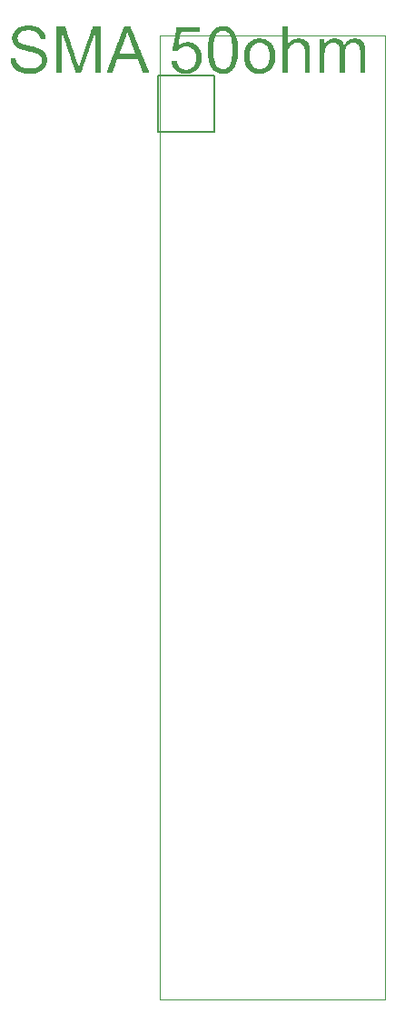
<source format=gto>
G04 Filename: untitled.gto*
G04 FileFunction: Legend,Top*
G04 Part: Single*
G04 ProjectId: untitled,277ABC4AA217F593C48BEF8224D4D3E5,1*
G04 GenerationSoftware: MathWorks,MATLAB,9.14.0.2337262 (R2023a) Update 5*
G04 CreationDate: 2024-08-30T09:10:92+0200*
%FSLAX16Y16*%
%MOIN*%
%ADD12C,0.008*%  G04 For silkscreen component boundaries*
%ADD13C,0.001*%  G04 For board profile*
D12*
%LPD*%
G01*
X-0026303Y-0112268D02*
X0178547D01*
Y0092583D01*
X-0026303D01*
Y-0112268D01*
G36*
X-0569159Y0156221D02*
X-0567950D01*
X-0566740D01*
X-0565531D01*
X-0564321D01*
X-0563112Y0157430D01*
X-0561902D01*
X-0560693D01*
X-0559483D01*
X-0558273D01*
X-0557064D01*
X-0555854D01*
X-0554645D01*
X-0553435D01*
X-0552226D01*
X-0551016D01*
X-0549807D01*
Y0156221D01*
Y0155011D01*
Y0153802D01*
Y0152592D01*
X-0548597Y0151383D01*
Y0150173D01*
Y0148964D01*
Y0147754D01*
X-0547388Y0146545D01*
Y0145335D01*
Y0144126D01*
X-0546178Y0142916D01*
Y0141707D01*
X-0544969Y0140497D01*
Y0139287D01*
X-0543759Y0138078D01*
X-0542550Y0136868D01*
Y0135659D01*
X-0541340Y0134449D01*
X-0540131Y0133240D01*
X-0538921Y0132030D01*
X-0537712Y0130821D01*
X-0536502D01*
X-0535292Y0129611D01*
X-0534083Y0128402D01*
X-0532873Y0127192D01*
X-0531664D01*
X-0530454Y0125983D01*
X-0529245Y0124773D01*
X-0528035D01*
X-0526826Y0123564D01*
X-0525616D01*
X-0524407D01*
X-0523197Y0122354D01*
X-0521988D01*
X-0520778Y0121145D01*
X-0519569D01*
X-0518359D01*
X-0517150Y0119935D01*
X-0515940D01*
X-0514731D01*
X-0513521D01*
X-0512312D01*
X-0511102Y0118726D01*
X-0509892D01*
X-0508683D01*
X-0507473D01*
X-0506264D01*
X-0505054D01*
X-0503845D01*
X-0502635D01*
X-0501426D01*
X-0500216D01*
X-0499007D01*
X-0497797D01*
X-0496588D01*
X-0495378D01*
X-0494169D01*
X-0492959D01*
X-0491750D01*
X-0490540D01*
X-0489331D01*
X-0488121D01*
X-0486912D01*
X-0485702D01*
X-0484492Y0119935D01*
X-0483283D01*
X-0482073D01*
X-0480864D01*
X-0479654D01*
X-0478445Y0121145D01*
X-0477235D01*
X-0476026D01*
X-0474816Y0122354D01*
X-0473607D01*
X-0472397Y0123564D01*
X-0471188D01*
X-0469978D01*
X-0468769Y0124773D01*
X-0467559Y0125983D01*
X-0466350D01*
X-0465140Y0127192D01*
X-0463931Y0128402D01*
X-0462721Y0129611D01*
X-0461512Y0130821D01*
X-0460302Y0132030D01*
X-0459092Y0133240D01*
X-0457883Y0134449D01*
Y0135659D01*
X-0456673Y0136868D01*
Y0138078D01*
X-0455464Y0139287D01*
Y0140497D01*
X-0454254Y0141707D01*
Y0142916D01*
Y0144126D01*
Y0145335D01*
Y0146545D01*
Y0147754D01*
Y0148964D01*
Y0150173D01*
Y0151383D01*
Y0152592D01*
Y0153802D01*
Y0155011D01*
X-0455464Y0156221D01*
Y0157430D01*
Y0158640D01*
X-0456673Y0159849D01*
Y0161059D01*
X-0457883Y0162268D01*
X-0459092Y0163478D01*
X-0460302Y0164687D01*
X-0461512Y0165897D01*
X-0462721Y0167107D01*
X-0463931Y0168316D01*
X-0465140Y0169526D01*
X-0466350D01*
X-0467559Y0170735D01*
X-0468769Y0171945D01*
X-0469978D01*
X-0471188Y0173154D01*
X-0472397D01*
X-0473607Y0174364D01*
X-0474816D01*
X-0476026D01*
X-0477235Y0175573D01*
X-0478445D01*
X-0479654D01*
X-0480864Y0176783D01*
X-0482073D01*
X-0483283D01*
X-0484492Y0177992D01*
X-0485702D01*
X-0486912D01*
X-0488121D01*
X-0489331Y0179202D01*
X-0490540D01*
X-0491750D01*
X-0492959D01*
X-0494169Y0180411D01*
X-0495378D01*
X-0496588D01*
X-0497797D01*
X-0499007Y0181621D01*
X-0500216D01*
X-0501426D01*
X-0502635D01*
X-0503845Y0182830D01*
X-0505054D01*
X-0506264D01*
X-0507473D01*
X-0508683Y0184040D01*
X-0509892D01*
X-0511102D01*
X-0512312D01*
X-0513521Y0185249D01*
X-0514731D01*
X-0515940D01*
X-0517150D01*
X-0518359Y0186459D01*
X-0519569D01*
X-0520778D01*
X-0521988Y0187668D01*
X-0523197D01*
X-0524407D01*
X-0525616D01*
X-0526826Y0188878D01*
X-0528035D01*
X-0529245D01*
X-0530454Y0190087D01*
X-0531664D01*
X-0532873Y0191297D01*
X-0534083D01*
X-0535292D01*
X-0536502Y0192507D01*
X-0537712D01*
X-0538921Y0193716D01*
X-0540131D01*
X-0541340Y0194926D01*
X-0542550D01*
X-0543759Y0196135D01*
X-0544969Y0197345D01*
X-0546178Y0198554D01*
X-0547388D01*
X-0548597Y0199764D01*
X-0549807Y0200973D01*
X-0551016Y0202183D01*
X-0552226Y0203392D01*
X-0553435Y0204602D01*
X-0554645Y0205811D01*
X-0555854Y0207021D01*
Y0208230D01*
X-0557064Y0209440D01*
X-0558273Y0210649D01*
Y0211859D01*
X-0559483Y0213068D01*
Y0214278D01*
X-0560693Y0215487D01*
Y0216697D01*
Y0217907D01*
X-0561902Y0219116D01*
Y0220326D01*
Y0221535D01*
Y0222745D01*
X-0563112Y0223954D01*
Y0225164D01*
Y0226373D01*
Y0227583D01*
Y0228792D01*
Y0230002D01*
Y0231211D01*
Y0232421D01*
Y0233630D01*
Y0234840D01*
Y0236049D01*
X-0561902Y0237259D01*
Y0238468D01*
Y0239678D01*
Y0240887D01*
Y0242097D01*
X-0560693Y0243307D01*
Y0244516D01*
X-0559483Y0245726D01*
Y0246935D01*
Y0248145D01*
X-0558273Y0249354D01*
Y0250564D01*
X-0557064Y0251773D01*
X-0555854Y0252983D01*
Y0254192D01*
X-0554645Y0255402D01*
X-0553435Y0256611D01*
Y0257821D01*
X-0552226Y0259030D01*
X-0551016Y0260240D01*
X-0549807Y0261449D01*
X-0548597Y0262659D01*
X-0547388Y0263868D01*
X-0546178D01*
X-0544969Y0265078D01*
X-0543759Y0266288D01*
X-0542550D01*
X-0541340Y0267497D01*
X-0540131Y0268707D01*
X-0538921D01*
X-0537712Y0269916D01*
X-0536502D01*
X-0535292Y0271126D01*
X-0534083D01*
X-0532873D01*
X-0531664Y0272335D01*
X-0530454D01*
X-0529245D01*
X-0528035Y0273545D01*
X-0526826D01*
X-0525616D01*
X-0524407Y0274754D01*
X-0523197D01*
X-0521988D01*
X-0520778D01*
X-0519569D01*
X-0518359Y0275964D01*
X-0517150D01*
X-0515940D01*
X-0514731D01*
X-0513521D01*
X-0512312D01*
X-0511102D01*
X-0509892D01*
X-0508683D01*
X-0507473D01*
X-0506264D01*
X-0505054D01*
X-0503845D01*
X-0502635D01*
X-0501426D01*
X-0500216D01*
X-0499007D01*
X-0497797D01*
X-0496588D01*
X-0495378D01*
X-0494169D01*
X-0492959D01*
X-0491750D01*
X-0490540D01*
X-0489331D01*
X-0488121D01*
X-0486912D01*
X-0485702Y0274754D01*
X-0484492D01*
X-0483283D01*
X-0482073D01*
X-0480864D01*
X-0479654Y0273545D01*
X-0478445D01*
X-0477235D01*
X-0476026Y0272335D01*
X-0474816D01*
X-0473607D01*
X-0472397Y0271126D01*
X-0471188D01*
X-0469978D01*
X-0468769Y0269916D01*
X-0467559D01*
X-0466350Y0268707D01*
X-0465140D01*
X-0463931Y0267497D01*
X-0462721D01*
X-0461512Y0266288D01*
X-0460302Y0265078D01*
X-0459092D01*
X-0457883Y0263868D01*
X-0456673Y0262659D01*
X-0455464Y0261449D01*
X-0454254Y0260240D01*
X-0453045Y0259030D01*
X-0451835Y0257821D01*
X-0450626Y0256611D01*
X-0449416Y0255402D01*
X-0448207Y0254192D01*
Y0252983D01*
X-0446997Y0251773D01*
Y0250564D01*
X-0445788Y0249354D01*
Y0248145D01*
X-0444578Y0246935D01*
Y0245726D01*
X-0443369Y0244516D01*
Y0243307D01*
X-0442159Y0242097D01*
Y0240887D01*
Y0239678D01*
X-0440950Y0238468D01*
Y0237259D01*
Y0236049D01*
Y0234840D01*
Y0233630D01*
X-0439740Y0232421D01*
Y0231211D01*
Y0230002D01*
Y0228792D01*
Y0227583D01*
X-0440950D01*
X-0442159D01*
X-0443369D01*
X-0444578Y0226373D01*
X-0445788D01*
X-0446997D01*
X-0448207D01*
X-0449416D01*
X-0450626D01*
X-0451835D01*
X-0453045D01*
X-0454254D01*
X-0455464D01*
X-0456673D01*
X-0457883D01*
X-0459092D01*
Y0227583D01*
Y0228792D01*
X-0460302Y0230002D01*
Y0231211D01*
Y0232421D01*
Y0233630D01*
X-0461512Y0234840D01*
Y0236049D01*
Y0237259D01*
X-0462721Y0238468D01*
Y0239678D01*
X-0463931Y0240887D01*
X-0465140Y0242097D01*
Y0243307D01*
X-0466350Y0244516D01*
X-0467559Y0245726D01*
Y0246935D01*
X-0468769Y0248145D01*
X-0469978Y0249354D01*
X-0471188Y0250564D01*
X-0472397D01*
X-0473607Y0251773D01*
X-0474816Y0252983D01*
X-0476026D01*
X-0477235Y0254192D01*
X-0478445D01*
X-0479654Y0255402D01*
X-0480864D01*
X-0482073Y0256611D01*
X-0483283D01*
X-0484492D01*
X-0485702D01*
X-0486912Y0257821D01*
X-0488121D01*
X-0489331D01*
X-0490540D01*
X-0491750D01*
X-0492959D01*
X-0494169Y0259030D01*
X-0495378D01*
X-0496588D01*
X-0497797D01*
X-0499007D01*
X-0500216D01*
X-0501426D01*
X-0502635D01*
X-0503845D01*
X-0505054D01*
X-0506264D01*
X-0507473D01*
X-0508683D01*
X-0509892D01*
X-0511102D01*
X-0512312Y0257821D01*
X-0513521D01*
X-0514731D01*
X-0515940D01*
X-0517150D01*
X-0518359D01*
X-0519569D01*
X-0520778Y0256611D01*
X-0521988D01*
X-0523197D01*
X-0524407Y0255402D01*
X-0525616D01*
X-0526826D01*
X-0528035Y0254192D01*
X-0529245D01*
X-0530454Y0252983D01*
X-0531664D01*
X-0532873Y0251773D01*
X-0534083Y0250564D01*
X-0535292Y0249354D01*
X-0536502Y0248145D01*
X-0537712Y0246935D01*
X-0538921Y0245726D01*
X-0540131Y0244516D01*
Y0243307D01*
X-0541340Y0242097D01*
Y0240887D01*
X-0542550Y0239678D01*
Y0238468D01*
Y0237259D01*
Y0236049D01*
X-0543759Y0234840D01*
Y0233630D01*
Y0232421D01*
Y0231211D01*
Y0230002D01*
Y0228792D01*
X-0542550Y0227583D01*
Y0226373D01*
Y0225164D01*
Y0223954D01*
X-0541340Y0222745D01*
Y0221535D01*
X-0540131Y0220326D01*
Y0219116D01*
X-0538921Y0217907D01*
X-0537712Y0216697D01*
X-0536502Y0215487D01*
X-0535292Y0214278D01*
X-0534083D01*
X-0532873Y0213068D01*
X-0531664Y0211859D01*
X-0530454D01*
X-0529245Y0210649D01*
X-0528035D01*
X-0526826D01*
X-0525616Y0209440D01*
X-0524407D01*
X-0523197D01*
X-0521988Y0208230D01*
X-0520778D01*
X-0519569Y0207021D01*
X-0518359D01*
X-0517150D01*
X-0515940D01*
X-0514731Y0205811D01*
X-0513521D01*
X-0512312D01*
X-0511102D01*
X-0509892Y0204602D01*
X-0508683D01*
X-0507473D01*
X-0506264D01*
X-0505054Y0203392D01*
X-0503845D01*
X-0502635D01*
X-0501426D01*
X-0500216Y0202183D01*
X-0499007D01*
X-0497797D01*
X-0496588D01*
X-0495378Y0200973D01*
X-0494169D01*
X-0492959D01*
X-0491750D01*
X-0490540Y0199764D01*
X-0489331D01*
X-0488121D01*
X-0486912D01*
X-0485702Y0198554D01*
X-0484492D01*
X-0483283D01*
X-0482073D01*
X-0480864Y0197345D01*
X-0479654D01*
X-0478445D01*
X-0477235D01*
X-0476026Y0196135D01*
X-0474816D01*
X-0473607D01*
X-0472397Y0194926D01*
X-0471188D01*
X-0469978D01*
X-0468769Y0193716D01*
X-0467559D01*
X-0466350D01*
X-0465140Y0192507D01*
X-0463931D01*
X-0462721Y0191297D01*
X-0461512D01*
X-0460302Y0190087D01*
X-0459092D01*
X-0457883Y0188878D01*
X-0456673D01*
X-0455464Y0187668D01*
X-0454254Y0186459D01*
X-0453045D01*
X-0451835Y0185249D01*
X-0450626Y0184040D01*
X-0449416D01*
X-0448207Y0182830D01*
X-0446997Y0181621D01*
X-0445788Y0180411D01*
X-0444578Y0179202D01*
X-0443369Y0177992D01*
Y0176783D01*
X-0442159Y0175573D01*
X-0440950Y0174364D01*
Y0173154D01*
X-0439740Y0171945D01*
X-0438531Y0170735D01*
Y0169526D01*
X-0437321Y0168316D01*
Y0167107D01*
Y0165897D01*
X-0436112Y0164687D01*
Y0163478D01*
Y0162268D01*
X-0434902Y0161059D01*
Y0159849D01*
Y0158640D01*
Y0157430D01*
Y0156221D01*
Y0155011D01*
Y0153802D01*
X-0433692Y0152592D01*
Y0151383D01*
Y0150173D01*
Y0148964D01*
X-0434902Y0147754D01*
Y0146545D01*
Y0145335D01*
Y0144126D01*
Y0142916D01*
Y0141707D01*
Y0140497D01*
X-0436112Y0139287D01*
Y0138078D01*
Y0136868D01*
X-0437321Y0135659D01*
Y0134449D01*
Y0133240D01*
X-0438531Y0132030D01*
Y0130821D01*
X-0439740Y0129611D01*
Y0128402D01*
X-0440950Y0127192D01*
X-0442159Y0125983D01*
Y0124773D01*
X-0443369Y0123564D01*
X-0444578Y0122354D01*
Y0121145D01*
X-0445788Y0119935D01*
X-0446997Y0118726D01*
X-0448207Y0117516D01*
X-0449416Y0116306D01*
X-0450626Y0115097D01*
X-0451835Y0113887D01*
X-0453045D01*
X-0454254Y0112678D01*
X-0455464Y0111468D01*
X-0456673Y0110259D01*
X-0457883D01*
X-0459092Y0109049D01*
X-0460302D01*
X-0461512Y0107840D01*
X-0462721D01*
X-0463931Y0106630D01*
X-0465140D01*
X-0466350Y0105421D01*
X-0467559D01*
X-0468769D01*
X-0469978Y0104211D01*
X-0471188D01*
X-0472397D01*
X-0473607Y0103002D01*
X-0474816D01*
X-0476026D01*
X-0477235Y0101792D01*
X-0478445D01*
X-0479654D01*
X-0480864D01*
X-0482073D01*
X-0483283Y0100583D01*
X-0484492D01*
X-0485702D01*
X-0486912D01*
X-0488121D01*
X-0489331D01*
X-0490540D01*
X-0491750D01*
X-0492959D01*
X-0494169Y0099373D01*
X-0495378D01*
X-0496588D01*
X-0497797D01*
X-0499007D01*
X-0500216D01*
X-0501426Y0100583D01*
X-0502635D01*
X-0503845D01*
X-0505054D01*
X-0506264D01*
X-0507473D01*
X-0508683D01*
X-0509892D01*
X-0511102D01*
X-0512312D01*
X-0513521D01*
X-0514731Y0101792D01*
X-0515940D01*
X-0517150D01*
X-0518359D01*
X-0519569D01*
X-0520778D01*
X-0521988Y0103002D01*
X-0523197D01*
X-0524407D01*
X-0525616D01*
X-0526826Y0104211D01*
X-0528035D01*
X-0529245D01*
X-0530454D01*
X-0531664Y0105421D01*
X-0532873D01*
X-0534083D01*
X-0535292Y0106630D01*
X-0536502D01*
X-0537712Y0107840D01*
X-0538921D01*
X-0540131Y0109049D01*
X-0541340D01*
X-0542550Y0110259D01*
X-0543759D01*
X-0544969Y0111468D01*
X-0546178Y0112678D01*
X-0547388D01*
X-0548597Y0113887D01*
X-0549807Y0115097D01*
X-0551016Y0116306D01*
X-0552226Y0117516D01*
X-0553435Y0118726D01*
X-0554645Y0119935D01*
X-0555854Y0121145D01*
X-0557064Y0122354D01*
X-0558273Y0123564D01*
Y0124773D01*
X-0559483Y0125983D01*
X-0560693Y0127192D01*
Y0128402D01*
X-0561902Y0129611D01*
X-0563112Y0130821D01*
Y0132030D01*
X-0564321Y0133240D01*
Y0134449D01*
X-0565531Y0135659D01*
Y0136868D01*
Y0138078D01*
X-0566740Y0139287D01*
Y0140497D01*
Y0141707D01*
X-0567950Y0142916D01*
Y0144126D01*
Y0145335D01*
Y0146545D01*
X-0569159Y0147754D01*
Y0148964D01*
Y0150173D01*
Y0151383D01*
Y0152592D01*
Y0153802D01*
Y0155011D01*
Y0156221D01*
G37*
G36*
X-0401035Y0273545D02*
X-0399826D01*
X-0398616D01*
X-0397407D01*
X-0396197D01*
X-0394988D01*
X-0393778D01*
X-0392569D01*
X-0391359D01*
X-0390150D01*
X-0388940D01*
X-0387731D01*
X-0386521D01*
X-0385311D01*
X-0384102D01*
X-0382892D01*
X-0381683D01*
X-0380473D01*
X-0379264D01*
X-0378054D01*
X-0376845D01*
X-0375635D01*
X-0374426D01*
X-0373216D01*
X-0372007D01*
X-0370797D01*
X-0369588D01*
X-0368378D01*
Y0272335D01*
Y0271126D01*
X-0367169Y0269916D01*
Y0268707D01*
Y0267497D01*
X-0365959Y0266288D01*
Y0265078D01*
Y0263868D01*
X-0364750Y0262659D01*
Y0261449D01*
Y0260240D01*
X-0363540Y0259030D01*
Y0257821D01*
Y0256611D01*
X-0362331Y0255402D01*
Y0254192D01*
Y0252983D01*
X-0361121Y0251773D01*
Y0250564D01*
Y0249354D01*
X-0359911Y0248145D01*
Y0246935D01*
Y0245726D01*
X-0358702Y0244516D01*
Y0243307D01*
Y0242097D01*
X-0357492Y0240887D01*
Y0239678D01*
Y0238468D01*
X-0356283Y0237259D01*
Y0236049D01*
Y0234840D01*
X-0355073Y0233630D01*
Y0232421D01*
Y0231211D01*
X-0353864Y0230002D01*
Y0228792D01*
Y0227583D01*
X-0352654Y0226373D01*
Y0225164D01*
Y0223954D01*
X-0351445Y0222745D01*
Y0221535D01*
Y0220326D01*
X-0350235Y0219116D01*
Y0217907D01*
Y0216697D01*
X-0349026Y0215487D01*
Y0214278D01*
Y0213068D01*
X-0347816Y0211859D01*
Y0210649D01*
Y0209440D01*
X-0346607Y0208230D01*
Y0207021D01*
Y0205811D01*
X-0345397Y0204602D01*
Y0203392D01*
Y0202183D01*
X-0344188Y0200973D01*
Y0199764D01*
Y0198554D01*
X-0342978Y0197345D01*
Y0196135D01*
Y0194926D01*
X-0341769Y0193716D01*
Y0192507D01*
Y0191297D01*
X-0340559Y0190087D01*
Y0188878D01*
Y0187668D01*
X-0339350Y0186459D01*
Y0185249D01*
Y0184040D01*
X-0338140Y0182830D01*
Y0181621D01*
Y0180411D01*
X-0336931Y0179202D01*
Y0177992D01*
Y0176783D01*
X-0335721Y0175573D01*
Y0174364D01*
Y0173154D01*
X-0334511Y0171945D01*
Y0170735D01*
Y0169526D01*
X-0333302Y0168316D01*
Y0167107D01*
Y0165897D01*
X-0332092Y0164687D01*
Y0163478D01*
Y0162268D01*
X-0330883Y0161059D01*
Y0159849D01*
Y0158640D01*
X-0329673Y0157430D01*
Y0156221D01*
Y0155011D01*
X-0328464Y0153802D01*
Y0152592D01*
Y0151383D01*
X-0327254Y0150173D01*
Y0148964D01*
Y0147754D01*
X-0326045Y0146545D01*
Y0145335D01*
Y0144126D01*
X-0324835Y0142916D01*
Y0141707D01*
Y0140497D01*
X-0323626Y0139287D01*
Y0138078D01*
Y0136868D01*
X-0322416Y0135659D01*
Y0134449D01*
Y0133240D01*
X-0321207Y0132030D01*
Y0130821D01*
Y0129611D01*
Y0128402D01*
X-0319997Y0127192D01*
X-0318788Y0125983D01*
X-0317578Y0127192D01*
X-0316369Y0128402D01*
Y0129611D01*
Y0130821D01*
X-0315159Y0132030D01*
Y0133240D01*
Y0134449D01*
Y0135659D01*
X-0313950Y0136868D01*
Y0138078D01*
X-0312740Y0139287D01*
Y0140497D01*
Y0141707D01*
X-0311530Y0142916D01*
Y0144126D01*
Y0145335D01*
X-0310321Y0146545D01*
Y0147754D01*
Y0148964D01*
X-0309111Y0150173D01*
Y0151383D01*
Y0152592D01*
X-0307902Y0153802D01*
Y0155011D01*
Y0156221D01*
X-0306692Y0157430D01*
Y0158640D01*
Y0159849D01*
X-0305483Y0161059D01*
Y0162268D01*
Y0163478D01*
X-0304273Y0164687D01*
Y0165897D01*
Y0167107D01*
X-0303064Y0168316D01*
Y0169526D01*
Y0170735D01*
X-0301854Y0171945D01*
Y0173154D01*
Y0174364D01*
X-0300645Y0175573D01*
Y0176783D01*
Y0177992D01*
X-0299435Y0179202D01*
Y0180411D01*
Y0181621D01*
X-0298226Y0182830D01*
Y0184040D01*
Y0185249D01*
X-0297016Y0186459D01*
Y0187668D01*
Y0188878D01*
X-0295807Y0190087D01*
Y0191297D01*
X-0294597Y0192507D01*
Y0193716D01*
Y0194926D01*
X-0293388Y0196135D01*
Y0197345D01*
Y0198554D01*
X-0292178Y0199764D01*
Y0200973D01*
Y0202183D01*
X-0290969Y0203392D01*
Y0204602D01*
Y0205811D01*
X-0289759Y0207021D01*
Y0208230D01*
Y0209440D01*
X-0288550Y0210649D01*
Y0211859D01*
Y0213068D01*
X-0287340Y0214278D01*
Y0215487D01*
Y0216697D01*
X-0286130Y0217907D01*
Y0219116D01*
Y0220326D01*
X-0284921Y0221535D01*
Y0222745D01*
Y0223954D01*
X-0283711Y0225164D01*
Y0226373D01*
X-0282502Y0227583D01*
Y0228792D01*
Y0230002D01*
X-0281292Y0231211D01*
Y0232421D01*
Y0233630D01*
X-0280083Y0234840D01*
Y0236049D01*
Y0237259D01*
X-0278873Y0238468D01*
Y0239678D01*
Y0240887D01*
X-0277664Y0242097D01*
Y0243307D01*
Y0244516D01*
X-0276454Y0245726D01*
Y0246935D01*
Y0248145D01*
X-0275245Y0249354D01*
Y0250564D01*
Y0251773D01*
X-0274035Y0252983D01*
Y0254192D01*
Y0255402D01*
X-0272826Y0256611D01*
Y0257821D01*
Y0259030D01*
X-0271616Y0260240D01*
Y0261449D01*
X-0270407Y0262659D01*
Y0263868D01*
Y0265078D01*
X-0269197Y0266288D01*
Y0267497D01*
Y0268707D01*
X-0267988Y0269916D01*
Y0271126D01*
Y0272335D01*
X-0266778Y0273545D01*
X-0265569D01*
X-0264359D01*
X-0263150D01*
X-0261940D01*
X-0260730D01*
X-0259521D01*
X-0258311D01*
X-0257102D01*
X-0255892D01*
X-0254683D01*
X-0253473D01*
X-0252264D01*
X-0251054D01*
X-0249845D01*
X-0248635D01*
X-0247426D01*
X-0246216D01*
X-0245007D01*
X-0243797D01*
X-0242588D01*
X-0241378D01*
X-0240169D01*
X-0238959D01*
Y0272335D01*
Y0271126D01*
Y0269916D01*
Y0268707D01*
Y0267497D01*
Y0266288D01*
Y0265078D01*
Y0263868D01*
Y0262659D01*
Y0261449D01*
Y0260240D01*
Y0259030D01*
Y0257821D01*
Y0256611D01*
Y0255402D01*
Y0254192D01*
Y0252983D01*
Y0251773D01*
Y0250564D01*
Y0249354D01*
Y0248145D01*
Y0246935D01*
Y0245726D01*
Y0244516D01*
Y0243307D01*
Y0242097D01*
Y0240887D01*
Y0239678D01*
Y0238468D01*
Y0237259D01*
Y0236049D01*
Y0234840D01*
Y0233630D01*
Y0232421D01*
Y0231211D01*
Y0230002D01*
Y0228792D01*
Y0227583D01*
Y0226373D01*
Y0225164D01*
Y0223954D01*
Y0222745D01*
Y0221535D01*
Y0220326D01*
Y0219116D01*
Y0217907D01*
Y0216697D01*
Y0215487D01*
Y0214278D01*
Y0213068D01*
Y0211859D01*
Y0210649D01*
Y0209440D01*
Y0208230D01*
Y0207021D01*
Y0205811D01*
Y0204602D01*
Y0203392D01*
Y0202183D01*
Y0200973D01*
Y0199764D01*
Y0198554D01*
Y0197345D01*
Y0196135D01*
Y0194926D01*
Y0193716D01*
Y0192507D01*
Y0191297D01*
Y0190087D01*
Y0188878D01*
Y0187668D01*
Y0186459D01*
Y0185249D01*
Y0184040D01*
Y0182830D01*
Y0181621D01*
Y0180411D01*
Y0179202D01*
Y0177992D01*
Y0176783D01*
Y0175573D01*
Y0174364D01*
Y0173154D01*
Y0171945D01*
Y0170735D01*
Y0169526D01*
Y0168316D01*
Y0167107D01*
Y0165897D01*
Y0164687D01*
Y0163478D01*
Y0162268D01*
Y0161059D01*
Y0159849D01*
Y0158640D01*
Y0157430D01*
Y0156221D01*
Y0155011D01*
Y0153802D01*
Y0152592D01*
Y0151383D01*
Y0150173D01*
Y0148964D01*
Y0147754D01*
Y0146545D01*
Y0145335D01*
Y0144126D01*
Y0142916D01*
Y0141707D01*
Y0140497D01*
Y0139287D01*
Y0138078D01*
Y0136868D01*
Y0135659D01*
Y0134449D01*
Y0133240D01*
Y0132030D01*
Y0130821D01*
Y0129611D01*
Y0128402D01*
Y0127192D01*
Y0125983D01*
Y0124773D01*
Y0123564D01*
Y0122354D01*
Y0121145D01*
Y0119935D01*
Y0118726D01*
Y0117516D01*
Y0116306D01*
Y0115097D01*
Y0113887D01*
Y0112678D01*
Y0111468D01*
Y0110259D01*
Y0109049D01*
Y0107840D01*
Y0106630D01*
Y0105421D01*
Y0104211D01*
Y0103002D01*
X-0240169D01*
X-0241378D01*
X-0242588D01*
X-0243797D01*
X-0245007D01*
X-0246216D01*
X-0247426D01*
X-0248635D01*
X-0249845D01*
X-0251054D01*
X-0252264D01*
X-0253473D01*
X-0254683D01*
X-0255892D01*
X-0257102D01*
X-0258311D01*
Y0104211D01*
Y0105421D01*
Y0106630D01*
Y0107840D01*
Y0109049D01*
Y0110259D01*
Y0111468D01*
Y0112678D01*
Y0113887D01*
Y0115097D01*
Y0116306D01*
Y0117516D01*
Y0118726D01*
Y0119935D01*
Y0121145D01*
Y0122354D01*
Y0123564D01*
Y0124773D01*
Y0125983D01*
Y0127192D01*
Y0128402D01*
Y0129611D01*
Y0130821D01*
Y0132030D01*
Y0133240D01*
Y0134449D01*
Y0135659D01*
Y0136868D01*
Y0138078D01*
Y0139287D01*
Y0140497D01*
Y0141707D01*
Y0142916D01*
Y0144126D01*
Y0145335D01*
Y0146545D01*
Y0147754D01*
Y0148964D01*
Y0150173D01*
Y0151383D01*
Y0152592D01*
Y0153802D01*
Y0155011D01*
Y0156221D01*
Y0157430D01*
Y0158640D01*
Y0159849D01*
Y0161059D01*
Y0162268D01*
Y0163478D01*
Y0164687D01*
Y0165897D01*
Y0167107D01*
Y0168316D01*
Y0169526D01*
Y0170735D01*
Y0171945D01*
Y0173154D01*
Y0174364D01*
Y0175573D01*
Y0176783D01*
Y0177992D01*
Y0179202D01*
Y0180411D01*
Y0181621D01*
Y0182830D01*
Y0184040D01*
Y0185249D01*
Y0186459D01*
Y0187668D01*
Y0188878D01*
Y0190087D01*
Y0191297D01*
Y0192507D01*
Y0193716D01*
Y0194926D01*
Y0196135D01*
Y0197345D01*
Y0198554D01*
Y0199764D01*
Y0200973D01*
Y0202183D01*
Y0203392D01*
Y0204602D01*
Y0205811D01*
Y0207021D01*
Y0208230D01*
Y0209440D01*
Y0210649D01*
Y0211859D01*
Y0213068D01*
Y0214278D01*
Y0215487D01*
Y0216697D01*
Y0217907D01*
Y0219116D01*
Y0220326D01*
Y0221535D01*
Y0222745D01*
Y0223954D01*
Y0225164D01*
Y0226373D01*
Y0227583D01*
Y0228792D01*
Y0230002D01*
Y0231211D01*
Y0232421D01*
Y0233630D01*
Y0234840D01*
Y0236049D01*
Y0237259D01*
Y0238468D01*
Y0239678D01*
Y0240887D01*
Y0242097D01*
Y0243307D01*
Y0244516D01*
Y0245726D01*
Y0246935D01*
X-0259521Y0248145D01*
X-0260730Y0246935D01*
Y0245726D01*
X-0261940Y0244516D01*
Y0243307D01*
Y0242097D01*
X-0263150Y0240887D01*
Y0239678D01*
Y0238468D01*
X-0264359Y0237259D01*
Y0236049D01*
Y0234840D01*
X-0265569Y0233630D01*
Y0232421D01*
Y0231211D01*
X-0266778Y0230002D01*
Y0228792D01*
X-0267988Y0227583D01*
Y0226373D01*
Y0225164D01*
X-0269197Y0223954D01*
Y0222745D01*
Y0221535D01*
X-0270407Y0220326D01*
Y0219116D01*
Y0217907D01*
X-0271616Y0216697D01*
Y0215487D01*
Y0214278D01*
X-0272826Y0213068D01*
Y0211859D01*
Y0210649D01*
X-0274035Y0209440D01*
Y0208230D01*
Y0207021D01*
X-0275245Y0205811D01*
Y0204602D01*
Y0203392D01*
X-0276454Y0202183D01*
Y0200973D01*
X-0277664Y0199764D01*
Y0198554D01*
Y0197345D01*
X-0278873Y0196135D01*
Y0194926D01*
Y0193716D01*
X-0280083Y0192507D01*
Y0191297D01*
Y0190087D01*
X-0281292Y0188878D01*
Y0187668D01*
Y0186459D01*
X-0282502Y0185249D01*
Y0184040D01*
Y0182830D01*
X-0283711Y0181621D01*
Y0180411D01*
Y0179202D01*
X-0284921Y0177992D01*
Y0176783D01*
Y0175573D01*
X-0286130Y0174364D01*
Y0173154D01*
X-0287340Y0171945D01*
Y0170735D01*
Y0169526D01*
X-0288550Y0168316D01*
Y0167107D01*
Y0165897D01*
X-0289759Y0164687D01*
Y0163478D01*
Y0162268D01*
X-0290969Y0161059D01*
Y0159849D01*
Y0158640D01*
X-0292178Y0157430D01*
Y0156221D01*
Y0155011D01*
X-0293388Y0153802D01*
Y0152592D01*
Y0151383D01*
X-0294597Y0150173D01*
Y0148964D01*
Y0147754D01*
X-0295807Y0146545D01*
Y0145335D01*
Y0144126D01*
X-0297016Y0142916D01*
Y0141707D01*
Y0140497D01*
X-0298226Y0139287D01*
Y0138078D01*
Y0136868D01*
X-0299435Y0135659D01*
Y0134449D01*
X-0300645Y0133240D01*
Y0132030D01*
Y0130821D01*
X-0301854Y0129611D01*
Y0128402D01*
Y0127192D01*
X-0303064Y0125983D01*
Y0124773D01*
Y0123564D01*
X-0304273Y0122354D01*
Y0121145D01*
Y0119935D01*
X-0305483Y0118726D01*
Y0117516D01*
Y0116306D01*
X-0306692Y0115097D01*
Y0113887D01*
Y0112678D01*
X-0307902Y0111468D01*
Y0110259D01*
X-0309111Y0109049D01*
Y0107840D01*
Y0106630D01*
X-0310321Y0105421D01*
Y0104211D01*
Y0103002D01*
X-0311530D01*
X-0312740D01*
X-0313950D01*
X-0315159D01*
X-0316369D01*
X-0317578D01*
X-0318788D01*
X-0319997D01*
X-0321207D01*
X-0322416D01*
X-0323626D01*
X-0324835D01*
X-0326045D01*
X-0327254D01*
X-0328464D01*
X-0329673D01*
Y0104211D01*
Y0105421D01*
X-0330883Y0106630D01*
Y0107840D01*
X-0332092Y0109049D01*
Y0110259D01*
Y0111468D01*
Y0112678D01*
X-0333302Y0113887D01*
Y0115097D01*
X-0334511Y0116306D01*
Y0117516D01*
Y0118726D01*
X-0335721Y0119935D01*
Y0121145D01*
Y0122354D01*
X-0336931Y0123564D01*
Y0124773D01*
Y0125983D01*
X-0338140Y0127192D01*
Y0128402D01*
Y0129611D01*
X-0339350Y0130821D01*
Y0132030D01*
Y0133240D01*
X-0340559Y0134449D01*
Y0135659D01*
Y0136868D01*
X-0341769Y0138078D01*
Y0139287D01*
Y0140497D01*
X-0342978Y0141707D01*
Y0142916D01*
Y0144126D01*
X-0344188Y0145335D01*
Y0146545D01*
Y0147754D01*
X-0345397Y0148964D01*
Y0150173D01*
Y0151383D01*
X-0346607Y0152592D01*
Y0153802D01*
Y0155011D01*
X-0347816Y0156221D01*
Y0157430D01*
Y0158640D01*
X-0349026Y0159849D01*
Y0161059D01*
Y0162268D01*
X-0350235Y0163478D01*
Y0164687D01*
Y0165897D01*
X-0351445Y0167107D01*
Y0168316D01*
X-0352654Y0169526D01*
Y0170735D01*
Y0171945D01*
X-0353864Y0173154D01*
Y0174364D01*
Y0175573D01*
X-0355073Y0176783D01*
Y0177992D01*
Y0179202D01*
X-0356283Y0180411D01*
Y0181621D01*
Y0182830D01*
X-0357492Y0184040D01*
Y0185249D01*
Y0186459D01*
X-0358702Y0187668D01*
Y0188878D01*
Y0190087D01*
X-0359911Y0191297D01*
Y0192507D01*
Y0193716D01*
X-0361121Y0194926D01*
Y0196135D01*
Y0197345D01*
X-0362331Y0198554D01*
Y0199764D01*
Y0200973D01*
X-0363540Y0202183D01*
Y0203392D01*
Y0204602D01*
X-0364750Y0205811D01*
Y0207021D01*
Y0208230D01*
X-0365959Y0209440D01*
Y0210649D01*
Y0211859D01*
X-0367169Y0213068D01*
Y0214278D01*
Y0215487D01*
X-0368378Y0216697D01*
Y0217907D01*
Y0219116D01*
X-0369588Y0220326D01*
Y0221535D01*
Y0222745D01*
X-0370797Y0223954D01*
Y0225164D01*
Y0226373D01*
X-0372007Y0227583D01*
Y0228792D01*
X-0373216Y0230002D01*
Y0231211D01*
Y0232421D01*
X-0374426Y0233630D01*
Y0234840D01*
Y0236049D01*
X-0375635Y0237259D01*
Y0238468D01*
Y0239678D01*
X-0376845Y0240887D01*
Y0242097D01*
Y0243307D01*
X-0378054Y0244516D01*
Y0245726D01*
Y0246935D01*
X-0379264Y0248145D01*
Y0249354D01*
X-0380473Y0250564D01*
X-0381683Y0249354D01*
Y0248145D01*
Y0246935D01*
Y0245726D01*
Y0244516D01*
Y0243307D01*
Y0242097D01*
Y0240887D01*
Y0239678D01*
Y0238468D01*
Y0237259D01*
Y0236049D01*
Y0234840D01*
Y0233630D01*
Y0232421D01*
Y0231211D01*
Y0230002D01*
Y0228792D01*
Y0227583D01*
Y0226373D01*
Y0225164D01*
Y0223954D01*
Y0222745D01*
Y0221535D01*
Y0220326D01*
Y0219116D01*
Y0217907D01*
Y0216697D01*
Y0215487D01*
Y0214278D01*
Y0213068D01*
Y0211859D01*
Y0210649D01*
Y0209440D01*
Y0208230D01*
Y0207021D01*
Y0205811D01*
Y0204602D01*
Y0203392D01*
Y0202183D01*
Y0200973D01*
Y0199764D01*
Y0198554D01*
Y0197345D01*
Y0196135D01*
Y0194926D01*
Y0193716D01*
Y0192507D01*
Y0191297D01*
Y0190087D01*
Y0188878D01*
Y0187668D01*
Y0186459D01*
Y0185249D01*
Y0184040D01*
Y0182830D01*
Y0181621D01*
Y0180411D01*
Y0179202D01*
Y0177992D01*
Y0176783D01*
Y0175573D01*
Y0174364D01*
Y0173154D01*
Y0171945D01*
Y0170735D01*
Y0169526D01*
Y0168316D01*
Y0167107D01*
Y0165897D01*
Y0164687D01*
Y0163478D01*
Y0162268D01*
Y0161059D01*
Y0159849D01*
Y0158640D01*
Y0157430D01*
Y0156221D01*
Y0155011D01*
Y0153802D01*
Y0152592D01*
Y0151383D01*
Y0150173D01*
Y0148964D01*
Y0147754D01*
Y0146545D01*
Y0145335D01*
Y0144126D01*
Y0142916D01*
Y0141707D01*
Y0140497D01*
Y0139287D01*
Y0138078D01*
Y0136868D01*
Y0135659D01*
Y0134449D01*
Y0133240D01*
Y0132030D01*
Y0130821D01*
Y0129611D01*
Y0128402D01*
Y0127192D01*
Y0125983D01*
Y0124773D01*
Y0123564D01*
Y0122354D01*
Y0121145D01*
Y0119935D01*
Y0118726D01*
Y0117516D01*
Y0116306D01*
Y0115097D01*
Y0113887D01*
Y0112678D01*
Y0111468D01*
Y0110259D01*
Y0109049D01*
Y0107840D01*
Y0106630D01*
Y0105421D01*
Y0104211D01*
Y0103002D01*
X-0382892D01*
X-0384102D01*
X-0385311D01*
X-0386521D01*
X-0387731D01*
X-0388940D01*
X-0390150D01*
X-0391359D01*
X-0392569D01*
X-0393778D01*
X-0394988D01*
X-0396197D01*
X-0397407D01*
X-0398616D01*
X-0399826D01*
X-0401035D01*
Y0104211D01*
Y0105421D01*
Y0106630D01*
Y0107840D01*
Y0109049D01*
Y0110259D01*
Y0111468D01*
Y0112678D01*
Y0113887D01*
Y0115097D01*
Y0116306D01*
Y0117516D01*
Y0118726D01*
Y0119935D01*
Y0121145D01*
Y0122354D01*
Y0123564D01*
Y0124773D01*
Y0125983D01*
Y0127192D01*
Y0128402D01*
Y0129611D01*
Y0130821D01*
Y0132030D01*
Y0133240D01*
Y0134449D01*
Y0135659D01*
Y0136868D01*
Y0138078D01*
Y0139287D01*
Y0140497D01*
Y0141707D01*
Y0142916D01*
Y0144126D01*
Y0145335D01*
Y0146545D01*
Y0147754D01*
Y0148964D01*
Y0150173D01*
Y0151383D01*
Y0152592D01*
Y0153802D01*
Y0155011D01*
Y0156221D01*
Y0157430D01*
Y0158640D01*
Y0159849D01*
Y0161059D01*
Y0162268D01*
Y0163478D01*
Y0164687D01*
Y0165897D01*
Y0167107D01*
Y0168316D01*
Y0169526D01*
Y0170735D01*
Y0171945D01*
Y0173154D01*
Y0174364D01*
Y0175573D01*
Y0176783D01*
Y0177992D01*
Y0179202D01*
Y0180411D01*
Y0181621D01*
Y0182830D01*
Y0184040D01*
Y0185249D01*
Y0186459D01*
Y0187668D01*
Y0188878D01*
Y0190087D01*
Y0191297D01*
Y0192507D01*
Y0193716D01*
Y0194926D01*
Y0196135D01*
Y0197345D01*
Y0198554D01*
Y0199764D01*
Y0200973D01*
Y0202183D01*
Y0203392D01*
Y0204602D01*
Y0205811D01*
Y0207021D01*
Y0208230D01*
Y0209440D01*
Y0210649D01*
Y0211859D01*
Y0213068D01*
Y0214278D01*
Y0215487D01*
Y0216697D01*
Y0217907D01*
Y0219116D01*
Y0220326D01*
Y0221535D01*
Y0222745D01*
Y0223954D01*
Y0225164D01*
Y0226373D01*
Y0227583D01*
Y0228792D01*
Y0230002D01*
Y0231211D01*
Y0232421D01*
Y0233630D01*
Y0234840D01*
Y0236049D01*
Y0237259D01*
Y0238468D01*
Y0239678D01*
Y0240887D01*
Y0242097D01*
Y0243307D01*
Y0244516D01*
Y0245726D01*
Y0246935D01*
Y0248145D01*
Y0249354D01*
Y0250564D01*
Y0251773D01*
Y0252983D01*
Y0254192D01*
Y0255402D01*
Y0256611D01*
Y0257821D01*
Y0259030D01*
Y0260240D01*
Y0261449D01*
Y0262659D01*
Y0263868D01*
Y0265078D01*
Y0266288D01*
Y0267497D01*
Y0268707D01*
Y0269916D01*
Y0271126D01*
Y0272335D01*
Y0273545D01*
G37*
G36*
X-0217188Y0104211D02*
X-0215978Y0105421D01*
Y0106630D01*
Y0107840D01*
X-0214769Y0109049D01*
Y0110259D01*
Y0111468D01*
X-0213559Y0112678D01*
Y0113887D01*
X-0212350Y0115097D01*
Y0116306D01*
Y0117516D01*
X-0211140Y0118726D01*
Y0119935D01*
X-0209930Y0121145D01*
Y0122354D01*
Y0123564D01*
X-0208721Y0124773D01*
Y0125983D01*
Y0127192D01*
X-0207511Y0128402D01*
Y0129611D01*
X-0206302Y0130821D01*
Y0132030D01*
Y0133240D01*
X-0205092Y0134449D01*
Y0135659D01*
Y0136868D01*
X-0203883Y0138078D01*
Y0139287D01*
X-0202673Y0140497D01*
Y0141707D01*
Y0142916D01*
X-0201464Y0144126D01*
Y0145335D01*
X-0200254Y0146545D01*
Y0147754D01*
Y0148964D01*
X-0199045Y0150173D01*
Y0151383D01*
Y0152592D01*
X-0197835Y0153802D01*
Y0155011D01*
X-0196626Y0156221D01*
Y0157430D01*
Y0158640D01*
X-0195416Y0159849D01*
Y0161059D01*
X-0194207Y0162268D01*
Y0163478D01*
Y0164687D01*
X-0192997Y0165897D01*
Y0167107D01*
X-0191788Y0168316D01*
Y0169526D01*
Y0170735D01*
X-0190578Y0171945D01*
Y0173154D01*
Y0174364D01*
X-0189369Y0175573D01*
Y0176783D01*
X-0188159Y0177992D01*
Y0179202D01*
Y0180411D01*
X-0186949Y0181621D01*
Y0182830D01*
Y0184040D01*
X-0185740Y0185249D01*
Y0186459D01*
X-0184530Y0187668D01*
Y0188878D01*
Y0190087D01*
X-0183321Y0191297D01*
Y0192507D01*
X-0182111Y0193716D01*
Y0194926D01*
Y0196135D01*
X-0180902Y0197345D01*
Y0198554D01*
X-0179692Y0199764D01*
Y0200973D01*
Y0202183D01*
X-0178483Y0203392D01*
Y0204602D01*
Y0205811D01*
X-0177273Y0207021D01*
Y0208230D01*
Y0209440D01*
X-0176064Y0210649D01*
Y0211859D01*
X-0174854Y0213068D01*
Y0214278D01*
Y0215487D01*
X-0173645Y0216697D01*
Y0217907D01*
X-0172435Y0219116D01*
Y0220326D01*
Y0221535D01*
X-0171226Y0222745D01*
Y0223954D01*
Y0225164D01*
X-0170016Y0226373D01*
Y0227583D01*
X-0168807Y0228792D01*
Y0230002D01*
Y0231211D01*
X-0167597Y0232421D01*
Y0233630D01*
X-0166388Y0234840D01*
Y0236049D01*
Y0237259D01*
X-0165178Y0238468D01*
Y0239678D01*
X-0163969Y0240887D01*
Y0242097D01*
Y0243307D01*
X-0162759Y0244516D01*
Y0245726D01*
Y0246935D01*
X-0161549Y0248145D01*
Y0249354D01*
X-0160340Y0250564D01*
Y0251773D01*
Y0252983D01*
X-0159130Y0254192D01*
Y0255402D01*
X-0157921Y0256611D01*
Y0257821D01*
Y0259030D01*
X-0156711Y0260240D01*
Y0261449D01*
Y0262659D01*
X-0155502Y0263868D01*
Y0265078D01*
X-0154292Y0266288D01*
Y0267497D01*
Y0268707D01*
X-0153083Y0269916D01*
Y0271126D01*
X-0151873Y0272335D01*
Y0273545D01*
X-0150664D01*
X-0149454D01*
X-0148245D01*
X-0147035D01*
X-0145826D01*
X-0144616D01*
X-0143407D01*
X-0142197D01*
X-0140988D01*
X-0139778D01*
X-0138569D01*
X-0137359D01*
X-0136149D01*
X-0134940D01*
X-0133730D01*
X-0132521D01*
X-0131311D01*
X-0130102D01*
X-0128892D01*
Y0272335D01*
X-0127683Y0271126D01*
Y0269916D01*
X-0126473Y0268707D01*
Y0267497D01*
Y0266288D01*
X-0125264Y0265078D01*
Y0263868D01*
X-0124054Y0262659D01*
Y0261449D01*
Y0260240D01*
X-0122845Y0259030D01*
Y0257821D01*
X-0121635Y0256611D01*
Y0255402D01*
X-0120426Y0254192D01*
Y0252983D01*
Y0251773D01*
X-0119216Y0250564D01*
Y0249354D01*
X-0118007Y0248145D01*
Y0246935D01*
Y0245726D01*
X-0116797Y0244516D01*
Y0243307D01*
X-0115588Y0242097D01*
Y0240887D01*
Y0239678D01*
X-0114378Y0238468D01*
Y0237259D01*
X-0113169Y0236049D01*
Y0234840D01*
Y0233630D01*
X-0111959Y0232421D01*
Y0231211D01*
X-0110749Y0230002D01*
Y0228792D01*
X-0109540Y0227583D01*
Y0226373D01*
Y0225164D01*
X-0108330Y0223954D01*
Y0222745D01*
X-0107121Y0221535D01*
Y0220326D01*
Y0219116D01*
X-0105911Y0217907D01*
Y0216697D01*
X-0104702Y0215487D01*
Y0214278D01*
Y0213068D01*
X-0103492Y0211859D01*
Y0210649D01*
X-0102283Y0209440D01*
Y0208230D01*
Y0207021D01*
X-0101073Y0205811D01*
Y0204602D01*
X-0099864Y0203392D01*
Y0202183D01*
Y0200973D01*
X-0098654Y0199764D01*
Y0198554D01*
X-0097445Y0197345D01*
Y0196135D01*
Y0194926D01*
X-0096235Y0193716D01*
Y0192507D01*
X-0095026Y0191297D01*
Y0190087D01*
X-0093816Y0188878D01*
Y0187668D01*
Y0186459D01*
X-0092607Y0185249D01*
Y0184040D01*
X-0091397Y0182830D01*
Y0181621D01*
Y0180411D01*
X-0090188Y0179202D01*
Y0177992D01*
X-0088978Y0176783D01*
Y0175573D01*
Y0174364D01*
X-0087768Y0173154D01*
Y0171945D01*
X-0086559Y0170735D01*
Y0169526D01*
X-0085349Y0168316D01*
Y0167107D01*
Y0165897D01*
X-0084140Y0164687D01*
Y0163478D01*
X-0082930Y0162268D01*
Y0161059D01*
Y0159849D01*
X-0081721Y0158640D01*
Y0157430D01*
X-0080511Y0156221D01*
Y0155011D01*
Y0153802D01*
X-0079302Y0152592D01*
Y0151383D01*
X-0078092Y0150173D01*
Y0148964D01*
X-0076883Y0147754D01*
Y0146545D01*
Y0145335D01*
X-0075673Y0144126D01*
Y0142916D01*
X-0074464Y0141707D01*
Y0140497D01*
Y0139287D01*
X-0073254Y0138078D01*
Y0136868D01*
X-0072045Y0135659D01*
Y0134449D01*
Y0133240D01*
X-0070835Y0132030D01*
Y0130821D01*
X-0069626Y0129611D01*
Y0128402D01*
Y0127192D01*
X-0068416Y0125983D01*
Y0124773D01*
X-0067207Y0123564D01*
Y0122354D01*
X-0065997Y0121145D01*
Y0119935D01*
Y0118726D01*
X-0064788Y0117516D01*
Y0116306D01*
X-0063578Y0115097D01*
Y0113887D01*
X-0062368Y0112678D01*
Y0111468D01*
Y0110259D01*
X-0061159Y0109049D01*
Y0107840D01*
X-0059949Y0106630D01*
Y0105421D01*
Y0104211D01*
X-0058740Y0103002D01*
X-0059949D01*
X-0061159D01*
X-0062368D01*
X-0063578D01*
X-0064788D01*
X-0065997D01*
X-0067207D01*
X-0068416D01*
X-0069626D01*
X-0070835D01*
X-0072045D01*
X-0073254D01*
X-0074464D01*
X-0075673D01*
X-0076883D01*
X-0078092D01*
X-0079302D01*
X-0080511D01*
X-0081721D01*
X-0082930D01*
Y0104211D01*
Y0105421D01*
X-0084140Y0106630D01*
Y0107840D01*
X-0085349Y0109049D01*
Y0110259D01*
Y0111468D01*
X-0086559Y0112678D01*
Y0113887D01*
Y0115097D01*
X-0087768Y0116306D01*
Y0117516D01*
X-0088978Y0118726D01*
Y0119935D01*
Y0121145D01*
X-0090188Y0122354D01*
Y0123564D01*
X-0091397Y0124773D01*
Y0125983D01*
Y0127192D01*
X-0092607Y0128402D01*
Y0129611D01*
Y0130821D01*
X-0093816Y0132030D01*
Y0133240D01*
X-0095026Y0134449D01*
Y0135659D01*
Y0136868D01*
X-0096235Y0138078D01*
Y0139287D01*
X-0097445Y0140497D01*
Y0141707D01*
Y0142916D01*
X-0098654Y0144126D01*
Y0145335D01*
Y0146545D01*
X-0099864Y0147754D01*
Y0148964D01*
X-0101073Y0150173D01*
Y0151383D01*
Y0152592D01*
X-0102283Y0153802D01*
X-0103492Y0155011D01*
X-0104702D01*
X-0105911D01*
X-0107121D01*
X-0108330D01*
X-0109540D01*
X-0110749D01*
X-0111959D01*
X-0113169D01*
X-0114378D01*
X-0115588D01*
X-0116797D01*
X-0118007D01*
X-0119216D01*
X-0120426D01*
X-0121635D01*
X-0122845D01*
X-0124054D01*
X-0125264D01*
X-0126473D01*
X-0127683D01*
X-0128892D01*
X-0130102D01*
X-0131311D01*
X-0132521D01*
X-0133730D01*
X-0134940D01*
X-0136149D01*
X-0137359D01*
X-0138569D01*
X-0139778D01*
X-0140988D01*
X-0142197D01*
X-0143407D01*
X-0144616D01*
X-0145826D01*
X-0147035D01*
X-0148245D01*
X-0149454D01*
X-0150664D01*
X-0151873D01*
X-0153083D01*
X-0154292D01*
X-0155502D01*
X-0156711D01*
X-0157921D01*
X-0159130D01*
X-0160340D01*
X-0161549D01*
X-0162759D01*
X-0163969D01*
X-0165178D01*
X-0166388D01*
X-0167597D01*
X-0168807D01*
X-0170016D01*
X-0171226D01*
X-0172435D01*
X-0173645D01*
X-0174854D01*
X-0176064D01*
X-0177273Y0153802D01*
X-0178483Y0152592D01*
Y0151383D01*
Y0150173D01*
X-0179692Y0148964D01*
Y0147754D01*
Y0146545D01*
X-0180902Y0145335D01*
Y0144126D01*
Y0142916D01*
X-0182111Y0141707D01*
Y0140497D01*
X-0183321Y0139287D01*
Y0138078D01*
Y0136868D01*
X-0184530Y0135659D01*
Y0134449D01*
Y0133240D01*
X-0185740Y0132030D01*
Y0130821D01*
Y0129611D01*
X-0186949Y0128402D01*
Y0127192D01*
X-0188159Y0125983D01*
Y0124773D01*
Y0123564D01*
X-0189369Y0122354D01*
Y0121145D01*
Y0119935D01*
X-0190578Y0118726D01*
Y0117516D01*
Y0116306D01*
X-0191788Y0115097D01*
Y0113887D01*
Y0112678D01*
X-0192997Y0111468D01*
Y0110259D01*
X-0194207Y0109049D01*
Y0107840D01*
Y0106630D01*
X-0195416Y0105421D01*
Y0104211D01*
Y0103002D01*
X-0196626D01*
X-0197835D01*
X-0199045D01*
X-0200254D01*
X-0201464D01*
X-0202673D01*
X-0203883D01*
X-0205092D01*
X-0206302D01*
X-0207511D01*
X-0208721D01*
X-0209930D01*
X-0211140D01*
X-0212350D01*
X-0213559D01*
X-0214769D01*
X-0215978D01*
X-0217188D01*
Y0104211D01*
G37*
G36*
X0021089Y0146545D02*
X0022298D01*
X0023508D01*
X0024717D01*
X0025927D01*
X0027136D01*
X0028346D01*
X0029555D01*
X0030765D01*
X0031974D01*
X0033184D01*
X0034393D01*
X0035603Y0147754D01*
X0036813D01*
X0038022D01*
X0039232D01*
X0040441D01*
X0041651Y0146545D01*
Y0145335D01*
Y0144126D01*
Y0142916D01*
Y0141707D01*
X0042860Y0140497D01*
Y0139287D01*
Y0138078D01*
X0044070Y0136868D01*
Y0135659D01*
X0045279Y0134449D01*
Y0133240D01*
X0046489Y0132030D01*
Y0130821D01*
X0047698Y0129611D01*
X0048908Y0128402D01*
Y0127192D01*
X0050117Y0125983D01*
X0051327Y0124773D01*
X0052536Y0123564D01*
X0053746Y0122354D01*
X0054955Y0121145D01*
X0056165D01*
X0057374Y0119935D01*
X0058584Y0118726D01*
X0059793D01*
X0061003Y0117516D01*
X0062213D01*
X0063422D01*
X0064632Y0116306D01*
X0065841D01*
X0067051D01*
X0068260D01*
X0069470Y0115097D01*
X0070679D01*
X0071889D01*
X0073098D01*
X0074308D01*
X0075517D01*
X0076727D01*
X0077936D01*
X0079146D01*
X0080355D01*
X0081565D01*
X0082774Y0116306D01*
X0083984D01*
X0085193D01*
X0086403D01*
X0087613Y0117516D01*
X0088822D01*
X0090032D01*
X0091241Y0118726D01*
X0092451D01*
X0093660Y0119935D01*
X0094870Y0121145D01*
X0096079D01*
X0097289Y0122354D01*
X0098498Y0123564D01*
X0099708Y0124773D01*
X0100917Y0125983D01*
X0102127Y0127192D01*
X0103336Y0128402D01*
X0104546Y0129611D01*
X0105755Y0130821D01*
Y0132030D01*
X0106965Y0133240D01*
Y0134449D01*
X0108174Y0135659D01*
X0109384Y0136868D01*
Y0138078D01*
Y0139287D01*
X0110593Y0140497D01*
Y0141707D01*
Y0142916D01*
X0111803Y0144126D01*
Y0145335D01*
Y0146545D01*
Y0147754D01*
Y0148964D01*
X0113013Y0150173D01*
Y0151383D01*
Y0152592D01*
Y0153802D01*
Y0155011D01*
Y0156221D01*
Y0157430D01*
Y0158640D01*
Y0159849D01*
Y0161059D01*
Y0162268D01*
Y0163478D01*
Y0164687D01*
Y0165897D01*
Y0167107D01*
X0111803Y0168316D01*
Y0169526D01*
Y0170735D01*
Y0171945D01*
X0110593Y0173154D01*
Y0174364D01*
Y0175573D01*
X0109384Y0176783D01*
Y0177992D01*
Y0179202D01*
X0108174Y0180411D01*
Y0181621D01*
X0106965Y0182830D01*
X0105755Y0184040D01*
Y0185249D01*
X0104546Y0186459D01*
X0103336Y0187668D01*
X0102127Y0188878D01*
X0100917Y0190087D01*
X0099708Y0191297D01*
X0098498D01*
X0097289Y0192507D01*
X0096079Y0193716D01*
X0094870D01*
X0093660Y0194926D01*
X0092451D01*
X0091241Y0196135D01*
X0090032D01*
X0088822Y0197345D01*
X0087613D01*
X0086403D01*
X0085193D01*
X0083984Y0198554D01*
X0082774D01*
X0081565D01*
X0080355D01*
X0079146D01*
X0077936D01*
X0076727D01*
X0075517D01*
X0074308D01*
X0073098D01*
X0071889D01*
X0070679D01*
X0069470D01*
X0068260D01*
X0067051D01*
X0065841D01*
X0064632Y0197345D01*
X0063422D01*
X0062213D01*
X0061003Y0196135D01*
X0059793D01*
X0058584D01*
X0057374Y0194926D01*
X0056165D01*
X0054955Y0193716D01*
X0053746Y0192507D01*
X0052536D01*
X0051327Y0191297D01*
X0050117Y0190087D01*
X0048908Y0188878D01*
X0047698Y0187668D01*
X0046489Y0186459D01*
X0045279Y0185249D01*
X0044070Y0184040D01*
X0042860Y0182830D01*
X0041651D01*
X0040441D01*
X0039232D01*
X0038022D01*
X0036813D01*
X0035603D01*
X0034393D01*
X0033184Y0184040D01*
X0031974D01*
X0030765D01*
X0029555D01*
X0028346D01*
X0027136D01*
X0025927D01*
X0024717D01*
Y0185249D01*
Y0186459D01*
X0025927Y0187668D01*
Y0188878D01*
Y0190087D01*
Y0191297D01*
Y0192507D01*
Y0193716D01*
X0027136Y0194926D01*
Y0196135D01*
Y0197345D01*
Y0198554D01*
Y0199764D01*
X0028346Y0200973D01*
Y0202183D01*
Y0203392D01*
Y0204602D01*
Y0205811D01*
X0029555Y0207021D01*
Y0208230D01*
Y0209440D01*
Y0210649D01*
Y0211859D01*
Y0213068D01*
X0030765Y0214278D01*
Y0215487D01*
Y0216697D01*
Y0217907D01*
Y0219116D01*
X0031974Y0220326D01*
Y0221535D01*
Y0222745D01*
Y0223954D01*
Y0225164D01*
X0033184Y0226373D01*
Y0227583D01*
Y0228792D01*
Y0230002D01*
Y0231211D01*
X0034393Y0232421D01*
Y0233630D01*
Y0234840D01*
Y0236049D01*
Y0237259D01*
Y0238468D01*
X0035603Y0239678D01*
Y0240887D01*
Y0242097D01*
Y0243307D01*
Y0244516D01*
X0036813Y0245726D01*
Y0246935D01*
Y0248145D01*
Y0249354D01*
Y0250564D01*
X0038022Y0251773D01*
Y0252983D01*
Y0254192D01*
Y0255402D01*
Y0256611D01*
X0039232Y0257821D01*
Y0259030D01*
Y0260240D01*
Y0261449D01*
Y0262659D01*
Y0263868D01*
X0040441Y0265078D01*
Y0266288D01*
Y0267497D01*
Y0268707D01*
Y0269916D01*
X0041651Y0271126D01*
X0042860D01*
X0044070D01*
X0045279D01*
X0046489D01*
X0047698D01*
X0048908D01*
X0050117D01*
X0051327D01*
X0052536D01*
X0053746D01*
X0054955D01*
X0056165D01*
X0057374D01*
X0058584D01*
X0059793D01*
X0061003D01*
X0062213D01*
X0063422D01*
X0064632D01*
X0065841D01*
X0067051D01*
X0068260D01*
X0069470D01*
X0070679D01*
X0071889D01*
X0073098D01*
X0074308D01*
X0075517D01*
X0076727D01*
X0077936D01*
X0079146D01*
X0080355D01*
X0081565D01*
X0082774D01*
X0083984D01*
X0085193D01*
X0086403D01*
X0087613D01*
X0088822D01*
X0090032D01*
X0091241D01*
X0092451D01*
X0093660D01*
X0094870D01*
X0096079D01*
X0097289D01*
X0098498D01*
X0099708D01*
X0100917D01*
X0102127D01*
X0103336D01*
X0104546D01*
X0105755D01*
X0106965D01*
X0108174D01*
X0109384D01*
X0110593D01*
X0111803D01*
X0113013D01*
X0114222D01*
X0115432D01*
X0116641D01*
X0117851D01*
X0119060D01*
X0120270D01*
X0121479D01*
X0122689D01*
X0123898D01*
X0125108D01*
Y0269916D01*
Y0268707D01*
Y0267497D01*
Y0266288D01*
Y0265078D01*
Y0263868D01*
Y0262659D01*
Y0261449D01*
Y0260240D01*
Y0259030D01*
Y0257821D01*
Y0256611D01*
Y0255402D01*
Y0254192D01*
Y0252983D01*
X0123898D01*
X0122689D01*
X0121479D01*
X0120270D01*
X0119060D01*
X0117851D01*
X0116641D01*
X0115432D01*
X0114222D01*
X0113013D01*
X0111803D01*
X0110593D01*
X0109384D01*
X0108174D01*
X0106965D01*
X0105755D01*
X0104546D01*
X0103336D01*
X0102127D01*
X0100917D01*
X0099708D01*
X0098498D01*
X0097289D01*
X0096079D01*
X0094870D01*
X0093660D01*
X0092451D01*
X0091241D01*
X0090032D01*
X0088822D01*
X0087613D01*
X0086403D01*
X0085193D01*
X0083984D01*
X0082774D01*
X0081565D01*
X0080355D01*
X0079146D01*
X0077936D01*
X0076727D01*
X0075517D01*
X0074308D01*
X0073098D01*
X0071889D01*
X0070679D01*
X0069470D01*
X0068260D01*
X0067051D01*
X0065841D01*
X0064632D01*
X0063422D01*
X0062213D01*
X0061003D01*
X0059793D01*
X0058584D01*
X0057374D01*
X0056165Y0251773D01*
Y0250564D01*
X0054955Y0249354D01*
Y0248145D01*
Y0246935D01*
Y0245726D01*
Y0244516D01*
X0053746Y0243307D01*
Y0242097D01*
Y0240887D01*
Y0239678D01*
Y0238468D01*
X0052536Y0237259D01*
Y0236049D01*
Y0234840D01*
Y0233630D01*
Y0232421D01*
X0051327Y0231211D01*
Y0230002D01*
Y0228792D01*
Y0227583D01*
Y0226373D01*
X0050117Y0225164D01*
Y0223954D01*
Y0222745D01*
Y0221535D01*
Y0220326D01*
X0048908Y0219116D01*
Y0217907D01*
Y0216697D01*
Y0215487D01*
Y0214278D01*
X0047698Y0213068D01*
Y0211859D01*
Y0210649D01*
Y0209440D01*
Y0208230D01*
X0046489Y0207021D01*
Y0205811D01*
X0047698Y0204602D01*
X0048908D01*
X0050117Y0205811D01*
X0051327Y0207021D01*
X0052536D01*
X0053746Y0208230D01*
X0054955D01*
X0056165Y0209440D01*
X0057374D01*
X0058584Y0210649D01*
X0059793D01*
X0061003Y0211859D01*
X0062213D01*
X0063422D01*
X0064632Y0213068D01*
X0065841D01*
X0067051D01*
X0068260Y0214278D01*
X0069470D01*
X0070679D01*
X0071889D01*
X0073098D01*
X0074308Y0215487D01*
X0075517D01*
X0076727D01*
X0077936D01*
X0079146D01*
X0080355D01*
X0081565D01*
X0082774D01*
X0083984D01*
X0085193D01*
X0086403D01*
X0087613D01*
X0088822Y0214278D01*
X0090032D01*
X0091241D01*
X0092451D01*
X0093660D01*
X0094870Y0213068D01*
X0096079D01*
X0097289D01*
X0098498Y0211859D01*
X0099708D01*
X0100917D01*
X0102127Y0210649D01*
X0103336D01*
X0104546Y0209440D01*
X0105755D01*
X0106965Y0208230D01*
X0108174D01*
X0109384Y0207021D01*
X0110593Y0205811D01*
X0111803D01*
X0113013Y0204602D01*
X0114222Y0203392D01*
X0115432Y0202183D01*
X0116641Y0200973D01*
X0117851Y0199764D01*
X0119060Y0198554D01*
X0120270Y0197345D01*
X0121479Y0196135D01*
X0122689Y0194926D01*
X0123898Y0193716D01*
Y0192507D01*
X0125108Y0191297D01*
X0126317Y0190087D01*
Y0188878D01*
X0127527Y0187668D01*
Y0186459D01*
X0128736Y0185249D01*
Y0184040D01*
Y0182830D01*
X0129946Y0181621D01*
Y0180411D01*
Y0179202D01*
X0131155Y0177992D01*
Y0176783D01*
Y0175573D01*
X0132365Y0174364D01*
Y0173154D01*
Y0171945D01*
Y0170735D01*
Y0169526D01*
Y0168316D01*
Y0167107D01*
X0133574Y0165897D01*
Y0164687D01*
Y0163478D01*
Y0162268D01*
Y0161059D01*
Y0159849D01*
Y0158640D01*
Y0157430D01*
Y0156221D01*
Y0155011D01*
X0132365Y0153802D01*
Y0152592D01*
Y0151383D01*
Y0150173D01*
Y0148964D01*
Y0147754D01*
Y0146545D01*
X0131155Y0145335D01*
Y0144126D01*
Y0142916D01*
Y0141707D01*
X0129946Y0140497D01*
Y0139287D01*
Y0138078D01*
X0128736Y0136868D01*
Y0135659D01*
X0127527Y0134449D01*
Y0133240D01*
X0126317Y0132030D01*
Y0130821D01*
X0125108Y0129611D01*
Y0128402D01*
X0123898Y0127192D01*
Y0125983D01*
X0122689Y0124773D01*
X0121479Y0123564D01*
Y0122354D01*
X0120270Y0121145D01*
X0119060Y0119935D01*
X0117851Y0118726D01*
Y0117516D01*
X0116641Y0116306D01*
X0115432Y0115097D01*
X0114222Y0113887D01*
X0113013D01*
X0111803Y0112678D01*
X0110593Y0111468D01*
X0109384Y0110259D01*
X0108174Y0109049D01*
X0106965D01*
X0105755Y0107840D01*
X0104546D01*
X0103336Y0106630D01*
X0102127Y0105421D01*
X0100917D01*
X0099708D01*
X0098498Y0104211D01*
X0097289D01*
X0096079Y0103002D01*
X0094870D01*
X0093660D01*
X0092451Y0101792D01*
X0091241D01*
X0090032D01*
X0088822D01*
X0087613Y0100583D01*
X0086403D01*
X0085193D01*
X0083984D01*
X0082774D01*
X0081565D01*
X0080355D01*
X0079146D01*
X0077936D01*
X0076727Y0099373D01*
X0075517D01*
X0074308D01*
X0073098D01*
X0071889Y0100583D01*
X0070679D01*
X0069470D01*
X0068260D01*
X0067051D01*
X0065841D01*
X0064632D01*
X0063422D01*
X0062213Y0101792D01*
X0061003D01*
X0059793D01*
X0058584D01*
X0057374D01*
X0056165Y0103002D01*
X0054955D01*
X0053746D01*
X0052536Y0104211D01*
X0051327D01*
X0050117Y0105421D01*
X0048908D01*
X0047698Y0106630D01*
X0046489D01*
X0045279Y0107840D01*
X0044070D01*
X0042860Y0109049D01*
X0041651Y0110259D01*
X0040441D01*
X0039232Y0111468D01*
X0038022Y0112678D01*
X0036813Y0113887D01*
X0035603Y0115097D01*
X0034393Y0116306D01*
X0033184Y0117516D01*
X0031974Y0118726D01*
X0030765Y0119935D01*
Y0121145D01*
X0029555Y0122354D01*
X0028346Y0123564D01*
Y0124773D01*
X0027136Y0125983D01*
Y0127192D01*
X0025927Y0128402D01*
Y0129611D01*
X0024717Y0130821D01*
Y0132030D01*
X0023508Y0133240D01*
Y0134449D01*
Y0135659D01*
X0022298Y0136868D01*
Y0138078D01*
Y0139287D01*
Y0140497D01*
X0021089Y0141707D01*
Y0142916D01*
Y0144126D01*
Y0145335D01*
Y0146545D01*
G37*
G36*
X0155346Y0204602D02*
X0156555Y0205811D01*
Y0207021D01*
Y0208230D01*
Y0209440D01*
Y0210649D01*
Y0211859D01*
Y0213068D01*
Y0214278D01*
Y0215487D01*
X0157765Y0216697D01*
Y0217907D01*
Y0219116D01*
Y0220326D01*
Y0221535D01*
Y0222745D01*
X0158974Y0223954D01*
Y0225164D01*
Y0226373D01*
Y0227583D01*
X0160184Y0228792D01*
Y0230002D01*
Y0231211D01*
Y0232421D01*
X0161394Y0233630D01*
Y0234840D01*
Y0236049D01*
X0162603Y0237259D01*
Y0238468D01*
Y0239678D01*
X0163813Y0240887D01*
Y0242097D01*
X0165022Y0243307D01*
Y0244516D01*
Y0245726D01*
X0166232Y0246935D01*
X0167441Y0248145D01*
Y0249354D01*
X0168651Y0250564D01*
Y0251773D01*
X0169860Y0252983D01*
X0171070Y0254192D01*
Y0255402D01*
X0172279Y0256611D01*
X0173489Y0257821D01*
X0174698Y0259030D01*
X0175908Y0260240D01*
X0177117Y0261449D01*
X0178327Y0262659D01*
X0179536Y0263868D01*
X0180746Y0265078D01*
X0181955Y0266288D01*
X0183165D01*
X0184374Y0267497D01*
X0185584Y0268707D01*
X0186794D01*
X0188003Y0269916D01*
X0189213D01*
X0190422Y0271126D01*
X0191632D01*
X0192841D01*
X0194051Y0272335D01*
X0195260D01*
X0196470D01*
X0197679Y0273545D01*
X0198889D01*
X0200098D01*
X0201308D01*
X0202517D01*
X0203727D01*
X0204936Y0274754D01*
X0206146D01*
X0207355D01*
X0208565D01*
X0209774D01*
X0210984D01*
X0212194D01*
X0213403D01*
X0214613D01*
X0215822D01*
X0217032D01*
X0218241Y0273545D01*
X0219451D01*
X0220660D01*
X0221870D01*
X0223079D01*
X0224289Y0272335D01*
X0225498D01*
X0226708D01*
X0227917D01*
X0229127Y0271126D01*
X0230336D01*
X0231546Y0269916D01*
X0232755D01*
X0233965Y0268707D01*
X0235174D01*
X0236384Y0267497D01*
X0237594D01*
X0238803Y0266288D01*
X0240013Y0265078D01*
X0241222D01*
X0242432Y0263868D01*
X0243641Y0262659D01*
X0244851Y0261449D01*
X0246060Y0260240D01*
X0247270Y0259030D01*
X0248479Y0257821D01*
Y0256611D01*
X0249689Y0255402D01*
X0250898Y0254192D01*
X0252108Y0252983D01*
Y0251773D01*
X0253317Y0250564D01*
Y0249354D01*
X0254527Y0248145D01*
Y0246935D01*
X0255736Y0245726D01*
Y0244516D01*
X0256946Y0243307D01*
Y0242097D01*
X0258155Y0240887D01*
Y0239678D01*
Y0238468D01*
X0259365Y0237259D01*
Y0236049D01*
Y0234840D01*
X0260575Y0233630D01*
Y0232421D01*
Y0231211D01*
X0261784Y0230002D01*
Y0228792D01*
Y0227583D01*
Y0226373D01*
X0262994Y0225164D01*
Y0223954D01*
Y0222745D01*
Y0221535D01*
Y0220326D01*
X0264203Y0219116D01*
Y0217907D01*
Y0216697D01*
Y0215487D01*
Y0214278D01*
Y0213068D01*
Y0211859D01*
X0265413Y0210649D01*
Y0209440D01*
Y0208230D01*
Y0207021D01*
Y0205811D01*
Y0204602D01*
Y0203392D01*
Y0202183D01*
Y0200973D01*
Y0199764D01*
Y0198554D01*
Y0197345D01*
Y0196135D01*
Y0194926D01*
Y0193716D01*
Y0192507D01*
Y0191297D01*
Y0190087D01*
Y0188878D01*
Y0187668D01*
Y0186459D01*
Y0185249D01*
Y0184040D01*
Y0182830D01*
Y0181621D01*
Y0180411D01*
Y0179202D01*
Y0177992D01*
Y0176783D01*
Y0175573D01*
Y0174364D01*
Y0173154D01*
Y0171945D01*
Y0170735D01*
Y0169526D01*
Y0168316D01*
Y0167107D01*
Y0165897D01*
Y0164687D01*
X0264203Y0163478D01*
Y0162268D01*
Y0161059D01*
Y0159849D01*
Y0158640D01*
Y0157430D01*
Y0156221D01*
X0262994Y0155011D01*
Y0153802D01*
Y0152592D01*
Y0151383D01*
Y0150173D01*
Y0148964D01*
X0261784Y0147754D01*
Y0146545D01*
Y0145335D01*
Y0144126D01*
X0260575Y0142916D01*
Y0141707D01*
Y0140497D01*
X0259365Y0139287D01*
Y0138078D01*
Y0136868D01*
X0258155Y0135659D01*
Y0134449D01*
Y0133240D01*
X0256946Y0132030D01*
Y0130821D01*
X0255736Y0129611D01*
Y0128402D01*
X0254527Y0127192D01*
Y0125983D01*
X0253317Y0124773D01*
Y0123564D01*
X0252108Y0122354D01*
X0250898Y0121145D01*
Y0119935D01*
X0249689Y0118726D01*
X0248479Y0117516D01*
X0247270Y0116306D01*
Y0115097D01*
X0246060Y0113887D01*
X0244851Y0112678D01*
X0243641Y0111468D01*
X0242432Y0110259D01*
X0241222D01*
X0240013Y0109049D01*
X0238803Y0107840D01*
X0237594Y0106630D01*
X0236384D01*
X0235174Y0105421D01*
X0233965D01*
X0232755Y0104211D01*
X0231546D01*
X0230336Y0103002D01*
X0229127D01*
X0227917D01*
X0226708Y0101792D01*
X0225498D01*
X0224289D01*
X0223079D01*
X0221870Y0100583D01*
X0220660D01*
X0219451D01*
X0218241D01*
X0217032D01*
X0215822D01*
X0214613D01*
X0213403D01*
X0212194Y0099373D01*
X0210984D01*
X0209774D01*
X0208565D01*
X0207355Y0100583D01*
X0206146D01*
X0204936D01*
X0203727D01*
X0202517D01*
X0201308D01*
X0200098D01*
X0198889Y0101792D01*
X0197679D01*
X0196470D01*
X0195260D01*
X0194051Y0103002D01*
X0192841D01*
X0191632D01*
X0190422Y0104211D01*
X0189213D01*
X0188003Y0105421D01*
X0186794D01*
X0185584Y0106630D01*
X0184374D01*
X0183165Y0107840D01*
X0181955Y0109049D01*
X0180746D01*
X0179536Y0110259D01*
X0178327Y0111468D01*
X0177117Y0112678D01*
X0175908Y0113887D01*
X0174698Y0115097D01*
X0173489Y0116306D01*
X0172279Y0117516D01*
X0171070Y0118726D01*
Y0119935D01*
X0169860Y0121145D01*
X0168651Y0122354D01*
Y0123564D01*
X0167441Y0124773D01*
X0166232Y0125983D01*
Y0127192D01*
Y0128402D01*
X0165022Y0129611D01*
Y0130821D01*
X0163813Y0132030D01*
Y0133240D01*
X0162603Y0134449D01*
Y0135659D01*
Y0136868D01*
X0161394Y0138078D01*
Y0139287D01*
Y0140497D01*
X0160184Y0141707D01*
Y0142916D01*
Y0144126D01*
Y0145335D01*
X0158974Y0146545D01*
Y0147754D01*
Y0148964D01*
Y0150173D01*
X0157765Y0151383D01*
Y0152592D01*
Y0153802D01*
Y0155011D01*
Y0156221D01*
Y0157430D01*
X0156555Y0158640D01*
Y0159849D01*
Y0161059D01*
Y0162268D01*
Y0163478D01*
Y0164687D01*
Y0165897D01*
Y0167107D01*
Y0168316D01*
Y0169526D01*
X0155346Y0170735D01*
Y0171945D01*
Y0173154D01*
Y0174364D01*
Y0175573D01*
Y0176783D01*
Y0177992D01*
Y0179202D01*
Y0180411D01*
Y0181621D01*
Y0182830D01*
Y0184040D01*
Y0185249D01*
Y0186459D01*
Y0187668D01*
Y0188878D01*
Y0190087D01*
Y0191297D01*
Y0192507D01*
Y0193716D01*
Y0194926D01*
Y0196135D01*
Y0197345D01*
Y0198554D01*
Y0199764D01*
Y0200973D01*
Y0202183D01*
Y0203392D01*
Y0204602D01*
G37*
G36*
X0288394Y0179202D02*
X0289603Y0180411D01*
Y0181621D01*
Y0182830D01*
Y0184040D01*
Y0185249D01*
X0290813Y0186459D01*
Y0187668D01*
Y0188878D01*
Y0190087D01*
X0292022Y0191297D01*
Y0192507D01*
Y0193716D01*
X0293232Y0194926D01*
Y0196135D01*
X0294441Y0197345D01*
Y0198554D01*
X0295651Y0199764D01*
Y0200973D01*
X0296860Y0202183D01*
Y0203392D01*
X0298070Y0204602D01*
X0299279Y0205811D01*
Y0207021D01*
X0300489Y0208230D01*
X0301698Y0209440D01*
X0302908Y0210649D01*
Y0211859D01*
X0304117Y0213068D01*
X0305327Y0214278D01*
X0306536D01*
X0307746Y0215487D01*
X0308955Y0216697D01*
X0310165Y0217907D01*
X0311375Y0219116D01*
X0312584D01*
X0313794Y0220326D01*
X0315003Y0221535D01*
X0316213D01*
X0317422Y0222745D01*
X0318632D01*
X0319841Y0223954D01*
X0321051D01*
X0322260D01*
X0323470Y0225164D01*
X0324679D01*
X0325889Y0226373D01*
X0327098D01*
X0328308D01*
X0329517D01*
X0330727Y0227583D01*
X0331936D01*
X0333146D01*
X0334355D01*
X0335565D01*
X0336775Y0228792D01*
X0337984D01*
X0339194D01*
X0340403D01*
X0341613D01*
X0342822D01*
X0344032D01*
X0345241D01*
X0346451D01*
X0347660D01*
X0348870D01*
X0350079D01*
X0351289D01*
X0352498D01*
X0353708D01*
X0354917Y0227583D01*
X0356127D01*
X0357336D01*
X0358546D01*
X0359756D01*
X0360965D01*
X0362175Y0226373D01*
X0363384D01*
X0364594D01*
X0365803Y0225164D01*
X0367013D01*
X0368222D01*
X0369432Y0223954D01*
X0370641D01*
X0371851Y0222745D01*
X0373060D01*
X0374270Y0221535D01*
X0375479D01*
X0376689Y0220326D01*
X0377898D01*
X0379108Y0219116D01*
X0380317Y0217907D01*
X0381527Y0216697D01*
X0382736Y0215487D01*
X0383946D01*
X0385156Y0214278D01*
X0386365Y0213068D01*
X0387575Y0211859D01*
X0388784Y0210649D01*
Y0209440D01*
X0389994Y0208230D01*
X0391203Y0207021D01*
X0392413Y0205811D01*
X0393622Y0204602D01*
Y0203392D01*
X0394832Y0202183D01*
Y0200973D01*
X0396041Y0199764D01*
Y0198554D01*
X0397251Y0197345D01*
Y0196135D01*
X0398460Y0194926D01*
Y0193716D01*
Y0192507D01*
X0399670Y0191297D01*
Y0190087D01*
Y0188878D01*
X0400879Y0187668D01*
Y0186459D01*
Y0185249D01*
Y0184040D01*
Y0182830D01*
X0402089Y0181621D01*
Y0180411D01*
Y0179202D01*
Y0177992D01*
Y0176783D01*
Y0175573D01*
X0403298Y0174364D01*
Y0173154D01*
Y0171945D01*
Y0170735D01*
Y0169526D01*
Y0168316D01*
Y0167107D01*
Y0165897D01*
Y0164687D01*
Y0163478D01*
Y0162268D01*
Y0161059D01*
Y0159849D01*
Y0158640D01*
Y0157430D01*
X0402089Y0156221D01*
Y0155011D01*
Y0153802D01*
Y0152592D01*
Y0151383D01*
Y0150173D01*
Y0148964D01*
Y0147754D01*
X0400879Y0146545D01*
Y0145335D01*
Y0144126D01*
Y0142916D01*
Y0141707D01*
X0399670Y0140497D01*
Y0139287D01*
Y0138078D01*
Y0136868D01*
X0398460Y0135659D01*
Y0134449D01*
Y0133240D01*
X0397251Y0132030D01*
Y0130821D01*
X0396041Y0129611D01*
Y0128402D01*
X0394832Y0127192D01*
X0393622Y0125983D01*
Y0124773D01*
X0392413Y0123564D01*
Y0122354D01*
X0391203Y0121145D01*
X0389994Y0119935D01*
X0388784Y0118726D01*
X0387575Y0117516D01*
X0386365Y0116306D01*
X0385156Y0115097D01*
X0383946Y0113887D01*
X0382736Y0112678D01*
X0381527Y0111468D01*
X0380317Y0110259D01*
X0379108D01*
X0377898Y0109049D01*
X0376689D01*
X0375479Y0107840D01*
X0374270D01*
X0373060Y0106630D01*
X0371851Y0105421D01*
X0370641D01*
X0369432D01*
X0368222Y0104211D01*
X0367013D01*
X0365803Y0103002D01*
X0364594D01*
X0363384D01*
X0362175D01*
X0360965Y0101792D01*
X0359756D01*
X0358546D01*
X0357336D01*
X0356127Y0100583D01*
X0354917D01*
X0353708D01*
X0352498D01*
X0351289D01*
X0350079D01*
X0348870D01*
X0347660D01*
X0346451D01*
X0345241D01*
X0344032D01*
X0342822D01*
X0341613D01*
X0340403D01*
X0339194D01*
X0337984D01*
X0336775D01*
X0335565D01*
X0334355D01*
X0333146Y0101792D01*
X0331936D01*
X0330727D01*
X0329517D01*
X0328308D01*
X0327098Y0103002D01*
X0325889D01*
X0324679D01*
X0323470Y0104211D01*
X0322260D01*
X0321051D01*
X0319841Y0105421D01*
X0318632D01*
X0317422Y0106630D01*
X0316213D01*
X0315003Y0107840D01*
X0313794Y0109049D01*
X0312584D01*
X0311375Y0110259D01*
X0310165Y0111468D01*
X0308955Y0112678D01*
X0307746D01*
X0306536Y0113887D01*
X0305327Y0115097D01*
X0304117Y0116306D01*
X0302908Y0117516D01*
X0301698Y0118726D01*
X0300489Y0119935D01*
Y0121145D01*
X0299279Y0122354D01*
X0298070Y0123564D01*
Y0124773D01*
X0296860Y0125983D01*
X0295651Y0127192D01*
Y0128402D01*
X0294441Y0129611D01*
Y0130821D01*
X0293232Y0132030D01*
Y0133240D01*
Y0134449D01*
X0292022Y0135659D01*
Y0136868D01*
Y0138078D01*
X0290813Y0139287D01*
Y0140497D01*
Y0141707D01*
Y0142916D01*
X0289603Y0144126D01*
Y0145335D01*
Y0146545D01*
Y0147754D01*
Y0148964D01*
X0288394Y0150173D01*
Y0151383D01*
Y0152592D01*
Y0153802D01*
Y0155011D01*
Y0156221D01*
Y0157430D01*
Y0158640D01*
Y0159849D01*
Y0161059D01*
Y0162268D01*
Y0163478D01*
Y0164687D01*
Y0165897D01*
Y0167107D01*
Y0168316D01*
Y0169526D01*
Y0170735D01*
Y0171945D01*
Y0173154D01*
Y0174364D01*
Y0175573D01*
Y0176783D01*
Y0177992D01*
Y0179202D01*
G37*
G36*
X0429908Y0273545D02*
X0431117D01*
X0432327D01*
X0433536D01*
X0434746D01*
X0435956D01*
X0437165D01*
X0438375D01*
X0439584D01*
X0440794D01*
X0442003D01*
X0443213D01*
X0444422D01*
X0445632D01*
X0446841D01*
X0448051D01*
X0449260D01*
Y0272335D01*
Y0271126D01*
Y0269916D01*
Y0268707D01*
Y0267497D01*
Y0266288D01*
Y0265078D01*
Y0263868D01*
Y0262659D01*
Y0261449D01*
Y0260240D01*
Y0259030D01*
Y0257821D01*
Y0256611D01*
Y0255402D01*
Y0254192D01*
Y0252983D01*
Y0251773D01*
Y0250564D01*
Y0249354D01*
Y0248145D01*
Y0246935D01*
Y0245726D01*
Y0244516D01*
Y0243307D01*
Y0242097D01*
Y0240887D01*
Y0239678D01*
Y0238468D01*
Y0237259D01*
Y0236049D01*
Y0234840D01*
Y0233630D01*
Y0232421D01*
Y0231211D01*
Y0230002D01*
Y0228792D01*
Y0227583D01*
Y0226373D01*
Y0225164D01*
Y0223954D01*
Y0222745D01*
Y0221535D01*
Y0220326D01*
Y0219116D01*
Y0217907D01*
Y0216697D01*
Y0215487D01*
Y0214278D01*
Y0213068D01*
X0450470Y0211859D01*
X0451679Y0213068D01*
X0452889Y0214278D01*
X0454098Y0215487D01*
X0455308Y0216697D01*
X0456517D01*
X0457727Y0217907D01*
X0458936Y0219116D01*
X0460146Y0220326D01*
X0461356D01*
X0462565Y0221535D01*
X0463775Y0222745D01*
X0464984D01*
X0466194Y0223954D01*
X0467403D01*
X0468613Y0225164D01*
X0469822D01*
X0471032Y0226373D01*
X0472241D01*
X0473451D01*
X0474660Y0227583D01*
X0475870D01*
X0477079D01*
X0478289D01*
X0479498D01*
X0480708Y0228792D01*
X0481917D01*
X0483127D01*
X0484337D01*
X0485546D01*
X0486756D01*
X0487965D01*
X0489175D01*
X0490384D01*
X0491594D01*
X0492803D01*
X0494013D01*
X0495222D01*
X0496432D01*
X0497641Y0227583D01*
X0498851D01*
X0500060D01*
X0501270D01*
X0502479D01*
X0503689Y0226373D01*
X0504898D01*
X0506108D01*
X0507317Y0225164D01*
X0508527D01*
X0509737Y0223954D01*
X0510946D01*
X0512156Y0222745D01*
X0513365D01*
X0514575Y0221535D01*
X0515784D01*
X0516994Y0220326D01*
X0518203Y0219116D01*
X0519413Y0217907D01*
X0520622Y0216697D01*
X0521832Y0215487D01*
X0523041Y0214278D01*
Y0213068D01*
X0524251Y0211859D01*
Y0210649D01*
X0525460Y0209440D01*
Y0208230D01*
X0526670Y0207021D01*
Y0205811D01*
X0527879Y0204602D01*
Y0203392D01*
Y0202183D01*
Y0200973D01*
X0529089Y0199764D01*
Y0198554D01*
Y0197345D01*
Y0196135D01*
Y0194926D01*
Y0193716D01*
Y0192507D01*
X0530298Y0191297D01*
Y0190087D01*
Y0188878D01*
Y0187668D01*
Y0186459D01*
Y0185249D01*
Y0184040D01*
Y0182830D01*
Y0181621D01*
Y0180411D01*
Y0179202D01*
Y0177992D01*
Y0176783D01*
Y0175573D01*
Y0174364D01*
Y0173154D01*
Y0171945D01*
Y0170735D01*
Y0169526D01*
Y0168316D01*
Y0167107D01*
Y0165897D01*
Y0164687D01*
Y0163478D01*
Y0162268D01*
Y0161059D01*
Y0159849D01*
Y0158640D01*
Y0157430D01*
Y0156221D01*
Y0155011D01*
Y0153802D01*
Y0152592D01*
Y0151383D01*
Y0150173D01*
Y0148964D01*
Y0147754D01*
Y0146545D01*
Y0145335D01*
Y0144126D01*
Y0142916D01*
Y0141707D01*
Y0140497D01*
Y0139287D01*
Y0138078D01*
Y0136868D01*
Y0135659D01*
Y0134449D01*
Y0133240D01*
Y0132030D01*
Y0130821D01*
Y0129611D01*
Y0128402D01*
Y0127192D01*
Y0125983D01*
Y0124773D01*
Y0123564D01*
Y0122354D01*
Y0121145D01*
Y0119935D01*
Y0118726D01*
Y0117516D01*
Y0116306D01*
Y0115097D01*
Y0113887D01*
Y0112678D01*
Y0111468D01*
Y0110259D01*
Y0109049D01*
Y0107840D01*
Y0106630D01*
Y0105421D01*
Y0104211D01*
Y0103002D01*
X0529089D01*
X0527879D01*
X0526670D01*
X0525460D01*
X0524251D01*
X0523041D01*
X0521832D01*
X0520622D01*
X0519413D01*
X0518203D01*
X0516994D01*
X0515784D01*
X0514575D01*
X0513365D01*
X0512156D01*
X0510946D01*
Y0104211D01*
Y0105421D01*
Y0106630D01*
Y0107840D01*
Y0109049D01*
Y0110259D01*
Y0111468D01*
Y0112678D01*
Y0113887D01*
Y0115097D01*
Y0116306D01*
Y0117516D01*
Y0118726D01*
Y0119935D01*
Y0121145D01*
Y0122354D01*
Y0123564D01*
Y0124773D01*
Y0125983D01*
Y0127192D01*
Y0128402D01*
Y0129611D01*
Y0130821D01*
Y0132030D01*
Y0133240D01*
Y0134449D01*
Y0135659D01*
Y0136868D01*
Y0138078D01*
Y0139287D01*
Y0140497D01*
Y0141707D01*
Y0142916D01*
Y0144126D01*
Y0145335D01*
Y0146545D01*
Y0147754D01*
Y0148964D01*
Y0150173D01*
Y0151383D01*
Y0152592D01*
Y0153802D01*
Y0155011D01*
Y0156221D01*
Y0157430D01*
Y0158640D01*
Y0159849D01*
Y0161059D01*
Y0162268D01*
Y0163478D01*
Y0164687D01*
Y0165897D01*
Y0167107D01*
Y0168316D01*
Y0169526D01*
Y0170735D01*
Y0171945D01*
Y0173154D01*
Y0174364D01*
Y0175573D01*
Y0176783D01*
Y0177992D01*
Y0179202D01*
Y0180411D01*
Y0181621D01*
Y0182830D01*
Y0184040D01*
Y0185249D01*
Y0186459D01*
Y0187668D01*
Y0188878D01*
Y0190087D01*
Y0191297D01*
X0509737Y0192507D01*
Y0193716D01*
Y0194926D01*
Y0196135D01*
X0508527Y0197345D01*
Y0198554D01*
X0507317Y0199764D01*
Y0200973D01*
X0506108Y0202183D01*
Y0203392D01*
X0504898Y0204602D01*
X0503689Y0205811D01*
X0502479Y0207021D01*
X0501270Y0208230D01*
X0500060D01*
X0498851Y0209440D01*
X0497641Y0210649D01*
X0496432D01*
X0495222D01*
X0494013Y0211859D01*
X0492803D01*
X0491594D01*
X0490384D01*
X0489175Y0213068D01*
X0487965D01*
X0486756D01*
X0485546D01*
X0484337D01*
X0483127D01*
X0481917D01*
X0480708D01*
X0479498D01*
X0478289D01*
X0477079Y0211859D01*
X0475870D01*
X0474660D01*
X0473451D01*
X0472241Y0210649D01*
X0471032D01*
X0469822D01*
X0468613Y0209440D01*
X0467403D01*
X0466194Y0208230D01*
X0464984D01*
X0463775Y0207021D01*
X0462565Y0205811D01*
X0461356Y0204602D01*
X0460146D01*
X0458936Y0203392D01*
X0457727Y0202183D01*
X0456517Y0200973D01*
Y0199764D01*
X0455308Y0198554D01*
X0454098Y0197345D01*
Y0196135D01*
X0452889Y0194926D01*
Y0193716D01*
X0451679Y0192507D01*
Y0191297D01*
Y0190087D01*
X0450470Y0188878D01*
Y0187668D01*
Y0186459D01*
Y0185249D01*
Y0184040D01*
Y0182830D01*
X0449260Y0181621D01*
Y0180411D01*
Y0179202D01*
Y0177992D01*
Y0176783D01*
Y0175573D01*
Y0174364D01*
Y0173154D01*
Y0171945D01*
Y0170735D01*
Y0169526D01*
Y0168316D01*
Y0167107D01*
Y0165897D01*
Y0164687D01*
Y0163478D01*
Y0162268D01*
Y0161059D01*
Y0159849D01*
Y0158640D01*
Y0157430D01*
Y0156221D01*
Y0155011D01*
Y0153802D01*
Y0152592D01*
Y0151383D01*
Y0150173D01*
Y0148964D01*
Y0147754D01*
Y0146545D01*
Y0145335D01*
Y0144126D01*
Y0142916D01*
Y0141707D01*
Y0140497D01*
Y0139287D01*
Y0138078D01*
Y0136868D01*
Y0135659D01*
Y0134449D01*
Y0133240D01*
Y0132030D01*
Y0130821D01*
Y0129611D01*
Y0128402D01*
Y0127192D01*
Y0125983D01*
Y0124773D01*
Y0123564D01*
Y0122354D01*
Y0121145D01*
Y0119935D01*
Y0118726D01*
Y0117516D01*
Y0116306D01*
Y0115097D01*
Y0113887D01*
Y0112678D01*
Y0111468D01*
Y0110259D01*
Y0109049D01*
Y0107840D01*
Y0106630D01*
Y0105421D01*
Y0104211D01*
Y0103002D01*
X0448051D01*
X0446841D01*
X0445632D01*
X0444422D01*
X0443213D01*
X0442003D01*
X0440794D01*
X0439584D01*
X0438375D01*
X0437165D01*
X0435956D01*
X0434746D01*
X0433536D01*
X0432327D01*
X0431117D01*
X0429908D01*
Y0104211D01*
Y0105421D01*
Y0106630D01*
Y0107840D01*
Y0109049D01*
Y0110259D01*
Y0111468D01*
Y0112678D01*
Y0113887D01*
Y0115097D01*
Y0116306D01*
Y0117516D01*
Y0118726D01*
Y0119935D01*
Y0121145D01*
Y0122354D01*
Y0123564D01*
Y0124773D01*
Y0125983D01*
Y0127192D01*
Y0128402D01*
Y0129611D01*
Y0130821D01*
Y0132030D01*
Y0133240D01*
Y0134449D01*
Y0135659D01*
Y0136868D01*
Y0138078D01*
Y0139287D01*
Y0140497D01*
Y0141707D01*
Y0142916D01*
Y0144126D01*
Y0145335D01*
Y0146545D01*
Y0147754D01*
Y0148964D01*
Y0150173D01*
Y0151383D01*
Y0152592D01*
Y0153802D01*
Y0155011D01*
Y0156221D01*
Y0157430D01*
Y0158640D01*
Y0159849D01*
Y0161059D01*
Y0162268D01*
Y0163478D01*
Y0164687D01*
Y0165897D01*
Y0167107D01*
Y0168316D01*
Y0169526D01*
Y0170735D01*
Y0171945D01*
Y0173154D01*
Y0174364D01*
Y0175573D01*
Y0176783D01*
Y0177992D01*
Y0179202D01*
Y0180411D01*
Y0181621D01*
Y0182830D01*
Y0184040D01*
Y0185249D01*
Y0186459D01*
Y0187668D01*
Y0188878D01*
Y0190087D01*
Y0191297D01*
Y0192507D01*
Y0193716D01*
Y0194926D01*
Y0196135D01*
Y0197345D01*
Y0198554D01*
Y0199764D01*
Y0200973D01*
Y0202183D01*
Y0203392D01*
Y0204602D01*
Y0205811D01*
Y0207021D01*
Y0208230D01*
Y0209440D01*
Y0210649D01*
Y0211859D01*
Y0213068D01*
Y0214278D01*
Y0215487D01*
Y0216697D01*
Y0217907D01*
Y0219116D01*
Y0220326D01*
Y0221535D01*
Y0222745D01*
Y0223954D01*
Y0225164D01*
Y0226373D01*
Y0227583D01*
Y0228792D01*
Y0230002D01*
Y0231211D01*
Y0232421D01*
Y0233630D01*
Y0234840D01*
Y0236049D01*
Y0237259D01*
Y0238468D01*
Y0239678D01*
Y0240887D01*
Y0242097D01*
Y0243307D01*
Y0244516D01*
Y0245726D01*
Y0246935D01*
Y0248145D01*
Y0249354D01*
Y0250564D01*
Y0251773D01*
Y0252983D01*
Y0254192D01*
Y0255402D01*
Y0256611D01*
Y0257821D01*
Y0259030D01*
Y0260240D01*
Y0261449D01*
Y0262659D01*
Y0263868D01*
Y0265078D01*
Y0266288D01*
Y0267497D01*
Y0268707D01*
Y0269916D01*
Y0271126D01*
Y0272335D01*
Y0273545D01*
G37*
G36*
X0565375Y0226373D02*
X0566584D01*
X0567794D01*
X0569003D01*
X0570213D01*
X0571422D01*
X0572632D01*
X0573841D01*
X0575051D01*
X0576260D01*
X0577470D01*
X0578679D01*
X0579889D01*
X0581098D01*
Y0225164D01*
Y0223954D01*
Y0222745D01*
Y0221535D01*
Y0220326D01*
Y0219116D01*
Y0217907D01*
Y0216697D01*
Y0215487D01*
Y0214278D01*
Y0213068D01*
Y0211859D01*
Y0210649D01*
Y0209440D01*
X0582308Y0208230D01*
X0583518Y0209440D01*
X0584727Y0210649D01*
X0585937Y0211859D01*
X0587146Y0213068D01*
X0588356Y0214278D01*
Y0215487D01*
X0589565Y0216697D01*
X0590775Y0217907D01*
X0591984D01*
X0593194Y0219116D01*
X0594403Y0220326D01*
X0595613Y0221535D01*
X0596822D01*
X0598032Y0222745D01*
X0599241Y0223954D01*
X0600451D01*
X0601660Y0225164D01*
X0602870D01*
X0604079D01*
X0605289Y0226373D01*
X0606498D01*
X0607708D01*
X0608918Y0227583D01*
X0610127D01*
X0611337D01*
X0612546D01*
X0613756Y0228792D01*
X0614965D01*
X0616175D01*
X0617384D01*
X0618594D01*
X0619803D01*
X0621013D01*
X0622222D01*
X0623432D01*
X0624641D01*
X0625851D01*
X0627060D01*
X0628270D01*
X0629479D01*
X0630689Y0227583D01*
X0631898D01*
X0633108D01*
X0634318D01*
X0635527Y0226373D01*
X0636737D01*
X0637946D01*
X0639156Y0225164D01*
X0640365D01*
X0641575Y0223954D01*
X0642784Y0222745D01*
X0643994D01*
X0645203Y0221535D01*
X0646413Y0220326D01*
X0647622Y0219116D01*
X0648832Y0217907D01*
X0650041Y0216697D01*
X0651251Y0215487D01*
Y0214278D01*
X0652460Y0213068D01*
X0653670Y0211859D01*
Y0210649D01*
Y0209440D01*
X0654879Y0208230D01*
X0656089Y0207021D01*
X0657298Y0208230D01*
X0658508Y0209440D01*
X0659718Y0210649D01*
X0660927Y0211859D01*
X0662137Y0213068D01*
Y0214278D01*
X0663346Y0215487D01*
X0664556Y0216697D01*
X0665765Y0217907D01*
X0666975Y0219116D01*
X0668184D01*
X0669394Y0220326D01*
X0670603Y0221535D01*
X0671813D01*
X0673022Y0222745D01*
X0674232Y0223954D01*
X0675441D01*
X0676651Y0225164D01*
X0677860D01*
X0679070Y0226373D01*
X0680279D01*
X0681489D01*
X0682698Y0227583D01*
X0683908D01*
X0685118D01*
X0686327D01*
X0687537Y0228792D01*
X0688746D01*
X0689956D01*
X0691165D01*
X0692375D01*
X0693584D01*
X0694794D01*
X0696003D01*
X0697213D01*
X0698422D01*
X0699632D01*
X0700841D01*
X0702051D01*
X0703260D01*
X0704470Y0227583D01*
X0705679D01*
X0706889D01*
X0708099D01*
X0709308Y0226373D01*
X0710518D01*
X0711727D01*
X0712937Y0225164D01*
X0714146D01*
X0715356Y0223954D01*
X0716565D01*
X0717775Y0222745D01*
X0718984Y0221535D01*
X0720194D01*
X0721403Y0220326D01*
X0722613Y0219116D01*
X0723822Y0217907D01*
X0725032Y0216697D01*
Y0215487D01*
X0726241Y0214278D01*
X0727451Y0213068D01*
Y0211859D01*
X0728660Y0210649D01*
Y0209440D01*
Y0208230D01*
X0729870Y0207021D01*
Y0205811D01*
Y0204602D01*
X0731079Y0203392D01*
Y0202183D01*
Y0200973D01*
Y0199764D01*
X0732289Y0198554D01*
Y0197345D01*
Y0196135D01*
Y0194926D01*
Y0193716D01*
Y0192507D01*
Y0191297D01*
Y0190087D01*
Y0188878D01*
Y0187668D01*
Y0186459D01*
Y0185249D01*
Y0184040D01*
Y0182830D01*
Y0181621D01*
Y0180411D01*
Y0179202D01*
Y0177992D01*
Y0176783D01*
Y0175573D01*
Y0174364D01*
Y0173154D01*
Y0171945D01*
Y0170735D01*
Y0169526D01*
Y0168316D01*
Y0167107D01*
Y0165897D01*
Y0164687D01*
Y0163478D01*
Y0162268D01*
Y0161059D01*
Y0159849D01*
Y0158640D01*
Y0157430D01*
Y0156221D01*
Y0155011D01*
Y0153802D01*
Y0152592D01*
Y0151383D01*
Y0150173D01*
Y0148964D01*
Y0147754D01*
Y0146545D01*
Y0145335D01*
Y0144126D01*
Y0142916D01*
Y0141707D01*
Y0140497D01*
Y0139287D01*
Y0138078D01*
Y0136868D01*
Y0135659D01*
Y0134449D01*
Y0133240D01*
Y0132030D01*
Y0130821D01*
Y0129611D01*
Y0128402D01*
Y0127192D01*
Y0125983D01*
Y0124773D01*
Y0123564D01*
Y0122354D01*
Y0121145D01*
Y0119935D01*
Y0118726D01*
Y0117516D01*
Y0116306D01*
Y0115097D01*
Y0113887D01*
Y0112678D01*
Y0111468D01*
Y0110259D01*
Y0109049D01*
Y0107840D01*
Y0106630D01*
Y0105421D01*
Y0104211D01*
Y0103002D01*
X0731079D01*
X0729870D01*
X0728660D01*
X0727451D01*
X0726241D01*
X0725032D01*
X0723822D01*
X0722613D01*
X0721403D01*
X0720194D01*
X0718984D01*
X0717775D01*
X0716565D01*
X0715356D01*
X0714146D01*
Y0104211D01*
Y0105421D01*
Y0106630D01*
Y0107840D01*
Y0109049D01*
Y0110259D01*
Y0111468D01*
Y0112678D01*
Y0113887D01*
Y0115097D01*
Y0116306D01*
Y0117516D01*
Y0118726D01*
Y0119935D01*
Y0121145D01*
Y0122354D01*
Y0123564D01*
Y0124773D01*
Y0125983D01*
Y0127192D01*
Y0128402D01*
Y0129611D01*
Y0130821D01*
Y0132030D01*
Y0133240D01*
Y0134449D01*
Y0135659D01*
Y0136868D01*
Y0138078D01*
Y0139287D01*
Y0140497D01*
Y0141707D01*
Y0142916D01*
Y0144126D01*
Y0145335D01*
Y0146545D01*
Y0147754D01*
Y0148964D01*
Y0150173D01*
Y0151383D01*
Y0152592D01*
Y0153802D01*
Y0155011D01*
Y0156221D01*
Y0157430D01*
Y0158640D01*
Y0159849D01*
Y0161059D01*
Y0162268D01*
Y0163478D01*
Y0164687D01*
Y0165897D01*
Y0167107D01*
Y0168316D01*
Y0169526D01*
Y0170735D01*
Y0171945D01*
Y0173154D01*
Y0174364D01*
Y0175573D01*
Y0176783D01*
Y0177992D01*
Y0179202D01*
Y0180411D01*
Y0181621D01*
Y0182830D01*
Y0184040D01*
Y0185249D01*
Y0186459D01*
X0712937Y0187668D01*
Y0188878D01*
Y0190087D01*
Y0191297D01*
Y0192507D01*
Y0193716D01*
Y0194926D01*
Y0196135D01*
X0711727Y0197345D01*
Y0198554D01*
Y0199764D01*
X0710518Y0200973D01*
Y0202183D01*
X0709308Y0203392D01*
Y0204602D01*
X0708099Y0205811D01*
X0706889Y0207021D01*
X0705679Y0208230D01*
X0704470D01*
X0703260Y0209440D01*
X0702051Y0210649D01*
X0700841D01*
X0699632Y0211859D01*
X0698422D01*
X0697213D01*
X0696003D01*
X0694794Y0213068D01*
X0693584D01*
X0692375D01*
X0691165D01*
X0689956D01*
X0688746D01*
X0687537D01*
X0686327D01*
X0685118D01*
X0683908Y0211859D01*
X0682698D01*
X0681489D01*
X0680279D01*
X0679070Y0210649D01*
X0677860D01*
X0676651D01*
X0675441Y0209440D01*
X0674232D01*
X0673022Y0208230D01*
X0671813Y0207021D01*
X0670603D01*
X0669394Y0205811D01*
X0668184Y0204602D01*
X0666975Y0203392D01*
X0665765Y0202183D01*
X0664556Y0200973D01*
Y0199764D01*
X0663346Y0198554D01*
Y0197345D01*
X0662137Y0196135D01*
Y0194926D01*
X0660927Y0193716D01*
Y0192507D01*
Y0191297D01*
X0659718Y0190087D01*
Y0188878D01*
Y0187668D01*
Y0186459D01*
X0658508Y0185249D01*
Y0184040D01*
Y0182830D01*
Y0181621D01*
Y0180411D01*
Y0179202D01*
Y0177992D01*
Y0176783D01*
Y0175573D01*
Y0174364D01*
Y0173154D01*
Y0171945D01*
Y0170735D01*
Y0169526D01*
Y0168316D01*
Y0167107D01*
Y0165897D01*
Y0164687D01*
Y0163478D01*
Y0162268D01*
Y0161059D01*
Y0159849D01*
Y0158640D01*
Y0157430D01*
Y0156221D01*
Y0155011D01*
Y0153802D01*
Y0152592D01*
Y0151383D01*
Y0150173D01*
Y0148964D01*
Y0147754D01*
Y0146545D01*
Y0145335D01*
Y0144126D01*
Y0142916D01*
Y0141707D01*
Y0140497D01*
Y0139287D01*
Y0138078D01*
Y0136868D01*
Y0135659D01*
Y0134449D01*
Y0133240D01*
Y0132030D01*
Y0130821D01*
Y0129611D01*
Y0128402D01*
Y0127192D01*
Y0125983D01*
Y0124773D01*
Y0123564D01*
Y0122354D01*
Y0121145D01*
Y0119935D01*
Y0118726D01*
Y0117516D01*
Y0116306D01*
Y0115097D01*
Y0113887D01*
Y0112678D01*
Y0111468D01*
Y0110259D01*
Y0109049D01*
Y0107840D01*
Y0106630D01*
Y0105421D01*
Y0104211D01*
Y0103002D01*
X0657298D01*
X0656089D01*
X0654879D01*
X0653670D01*
X0652460D01*
X0651251D01*
X0650041D01*
X0648832D01*
X0647622D01*
X0646413D01*
X0645203D01*
X0643994D01*
X0642784D01*
X0641575D01*
X0640365D01*
X0639156D01*
Y0104211D01*
Y0105421D01*
Y0106630D01*
Y0107840D01*
Y0109049D01*
Y0110259D01*
Y0111468D01*
Y0112678D01*
Y0113887D01*
Y0115097D01*
Y0116306D01*
Y0117516D01*
Y0118726D01*
Y0119935D01*
Y0121145D01*
Y0122354D01*
Y0123564D01*
Y0124773D01*
Y0125983D01*
Y0127192D01*
Y0128402D01*
Y0129611D01*
Y0130821D01*
Y0132030D01*
Y0133240D01*
Y0134449D01*
Y0135659D01*
Y0136868D01*
Y0138078D01*
Y0139287D01*
Y0140497D01*
Y0141707D01*
Y0142916D01*
Y0144126D01*
Y0145335D01*
Y0146545D01*
Y0147754D01*
Y0148964D01*
Y0150173D01*
Y0151383D01*
Y0152592D01*
Y0153802D01*
Y0155011D01*
Y0156221D01*
Y0157430D01*
Y0158640D01*
Y0159849D01*
Y0161059D01*
Y0162268D01*
Y0163478D01*
Y0164687D01*
Y0165897D01*
Y0167107D01*
Y0168316D01*
Y0169526D01*
Y0170735D01*
Y0171945D01*
Y0173154D01*
Y0174364D01*
Y0175573D01*
Y0176783D01*
Y0177992D01*
Y0179202D01*
Y0180411D01*
Y0181621D01*
Y0182830D01*
Y0184040D01*
Y0185249D01*
Y0186459D01*
Y0187668D01*
Y0188878D01*
Y0190087D01*
Y0191297D01*
Y0192507D01*
Y0193716D01*
X0637946Y0194926D01*
Y0196135D01*
Y0197345D01*
Y0198554D01*
X0636737Y0199764D01*
Y0200973D01*
X0635527Y0202183D01*
Y0203392D01*
X0634318Y0204602D01*
Y0205811D01*
X0633108Y0207021D01*
X0631898Y0208230D01*
X0630689D01*
X0629479Y0209440D01*
X0628270Y0210649D01*
X0627060D01*
X0625851Y0211859D01*
X0624641D01*
X0623432D01*
X0622222D01*
X0621013Y0213068D01*
X0619803D01*
X0618594D01*
X0617384D01*
X0616175D01*
X0614965D01*
X0613756D01*
X0612546D01*
X0611337D01*
X0610127Y0211859D01*
X0608918D01*
X0607708D01*
X0606498D01*
X0605289Y0210649D01*
X0604079D01*
X0602870D01*
X0601660Y0209440D01*
X0600451D01*
X0599241Y0208230D01*
X0598032Y0207021D01*
X0596822D01*
X0595613Y0205811D01*
X0594403Y0204602D01*
X0593194Y0203392D01*
X0591984Y0202183D01*
X0590775Y0200973D01*
Y0199764D01*
X0589565Y0198554D01*
X0588356Y0197345D01*
Y0196135D01*
X0587146Y0194926D01*
Y0193716D01*
Y0192507D01*
X0585937Y0191297D01*
Y0190087D01*
Y0188878D01*
Y0187668D01*
X0584727Y0186459D01*
Y0185249D01*
Y0184040D01*
Y0182830D01*
Y0181621D01*
Y0180411D01*
Y0179202D01*
Y0177992D01*
X0583518Y0176783D01*
Y0175573D01*
Y0174364D01*
Y0173154D01*
Y0171945D01*
Y0170735D01*
Y0169526D01*
Y0168316D01*
Y0167107D01*
Y0165897D01*
Y0164687D01*
Y0163478D01*
Y0162268D01*
Y0161059D01*
Y0159849D01*
Y0158640D01*
Y0157430D01*
Y0156221D01*
Y0155011D01*
Y0153802D01*
Y0152592D01*
Y0151383D01*
Y0150173D01*
Y0148964D01*
Y0147754D01*
Y0146545D01*
Y0145335D01*
Y0144126D01*
Y0142916D01*
Y0141707D01*
Y0140497D01*
Y0139287D01*
Y0138078D01*
Y0136868D01*
Y0135659D01*
Y0134449D01*
Y0133240D01*
Y0132030D01*
Y0130821D01*
Y0129611D01*
Y0128402D01*
Y0127192D01*
Y0125983D01*
Y0124773D01*
Y0123564D01*
Y0122354D01*
Y0121145D01*
Y0119935D01*
Y0118726D01*
Y0117516D01*
Y0116306D01*
Y0115097D01*
Y0113887D01*
Y0112678D01*
Y0111468D01*
Y0110259D01*
Y0109049D01*
Y0107840D01*
Y0106630D01*
Y0105421D01*
Y0104211D01*
Y0103002D01*
X0582308D01*
X0581098D01*
X0579889D01*
X0578679D01*
X0577470D01*
X0576260D01*
X0575051D01*
X0573841D01*
X0572632D01*
X0571422D01*
X0570213D01*
X0569003D01*
X0567794D01*
X0566584D01*
X0565375D01*
Y0104211D01*
Y0105421D01*
Y0106630D01*
Y0107840D01*
Y0109049D01*
Y0110259D01*
Y0111468D01*
Y0112678D01*
Y0113887D01*
Y0115097D01*
Y0116306D01*
Y0117516D01*
Y0118726D01*
Y0119935D01*
Y0121145D01*
Y0122354D01*
Y0123564D01*
Y0124773D01*
Y0125983D01*
Y0127192D01*
Y0128402D01*
Y0129611D01*
Y0130821D01*
Y0132030D01*
Y0133240D01*
Y0134449D01*
Y0135659D01*
Y0136868D01*
Y0138078D01*
Y0139287D01*
Y0140497D01*
Y0141707D01*
Y0142916D01*
Y0144126D01*
Y0145335D01*
Y0146545D01*
Y0147754D01*
Y0148964D01*
Y0150173D01*
Y0151383D01*
Y0152592D01*
Y0153802D01*
Y0155011D01*
Y0156221D01*
Y0157430D01*
Y0158640D01*
Y0159849D01*
Y0161059D01*
Y0162268D01*
Y0163478D01*
Y0164687D01*
Y0165897D01*
Y0167107D01*
Y0168316D01*
Y0169526D01*
Y0170735D01*
Y0171945D01*
Y0173154D01*
Y0174364D01*
Y0175573D01*
Y0176783D01*
Y0177992D01*
Y0179202D01*
Y0180411D01*
Y0181621D01*
Y0182830D01*
Y0184040D01*
Y0185249D01*
Y0186459D01*
Y0187668D01*
Y0188878D01*
Y0190087D01*
Y0191297D01*
Y0192507D01*
Y0193716D01*
Y0194926D01*
Y0196135D01*
Y0197345D01*
Y0198554D01*
Y0199764D01*
Y0200973D01*
Y0202183D01*
Y0203392D01*
Y0204602D01*
Y0205811D01*
Y0207021D01*
Y0208230D01*
Y0209440D01*
Y0210649D01*
Y0211859D01*
Y0213068D01*
Y0214278D01*
Y0215487D01*
Y0216697D01*
Y0217907D01*
Y0219116D01*
Y0220326D01*
Y0221535D01*
Y0222745D01*
Y0223954D01*
Y0225164D01*
Y0226373D01*
G37*
%LPC*%
G36*
X-0168807Y0175573D02*
X-0167597D01*
Y0176783D01*
Y0177992D01*
Y0179202D01*
X-0166388D01*
Y0180411D01*
Y0181621D01*
Y0182830D01*
X-0165178D01*
Y0184040D01*
Y0185249D01*
X-0163969D01*
Y0186459D01*
Y0187668D01*
Y0188878D01*
X-0162759D01*
Y0190087D01*
Y0191297D01*
X-0161549D01*
Y0192507D01*
Y0193716D01*
Y0194926D01*
X-0160340D01*
Y0196135D01*
Y0197345D01*
Y0198554D01*
X-0159130D01*
Y0199764D01*
Y0200973D01*
Y0202183D01*
X-0157921D01*
Y0203392D01*
Y0204602D01*
X-0156711D01*
Y0205811D01*
Y0207021D01*
Y0208230D01*
X-0155502D01*
Y0209440D01*
Y0210649D01*
Y0211859D01*
X-0154292D01*
Y0213068D01*
Y0214278D01*
X-0153083D01*
Y0215487D01*
Y0216697D01*
Y0217907D01*
X-0151873D01*
Y0219116D01*
Y0220326D01*
Y0221535D01*
X-0150664D01*
Y0222745D01*
Y0223954D01*
X-0149454D01*
Y0225164D01*
Y0226373D01*
Y0227583D01*
X-0148245D01*
Y0228792D01*
Y0230002D01*
Y0231211D01*
X-0147035D01*
Y0232421D01*
Y0233630D01*
Y0234840D01*
X-0145826D01*
Y0236049D01*
Y0237259D01*
Y0238468D01*
Y0239678D01*
X-0144616D01*
Y0240887D01*
Y0242097D01*
Y0243307D01*
X-0143407D01*
Y0244516D01*
Y0245726D01*
Y0246935D01*
Y0248145D01*
X-0142197D01*
Y0249354D01*
Y0250564D01*
Y0251773D01*
Y0252983D01*
X-0140988D01*
Y0254192D01*
Y0255402D01*
Y0256611D01*
Y0255402D01*
Y0254192D01*
X-0139778D01*
Y0252983D01*
Y0251773D01*
Y0250564D01*
X-0138569D01*
Y0249354D01*
Y0248145D01*
Y0246935D01*
X-0137359D01*
Y0245726D01*
Y0244516D01*
Y0243307D01*
X-0136149D01*
Y0242097D01*
Y0240887D01*
Y0239678D01*
X-0134940D01*
Y0238468D01*
Y0237259D01*
Y0236049D01*
X-0133730D01*
Y0234840D01*
Y0233630D01*
Y0232421D01*
X-0132521D01*
Y0231211D01*
Y0230002D01*
Y0228792D01*
X-0131311D01*
Y0227583D01*
Y0226373D01*
X-0130102D01*
Y0225164D01*
Y0223954D01*
Y0222745D01*
X-0128892D01*
Y0221535D01*
Y0220326D01*
Y0219116D01*
X-0127683D01*
Y0217907D01*
Y0216697D01*
X-0126473D01*
Y0215487D01*
Y0214278D01*
Y0213068D01*
X-0125264D01*
Y0211859D01*
Y0210649D01*
Y0209440D01*
X-0124054D01*
Y0208230D01*
Y0207021D01*
X-0122845D01*
Y0205811D01*
Y0204602D01*
Y0203392D01*
X-0121635D01*
Y0202183D01*
Y0200973D01*
Y0199764D01*
X-0120426D01*
Y0198554D01*
Y0197345D01*
X-0119216D01*
Y0196135D01*
Y0194926D01*
Y0193716D01*
X-0118007D01*
Y0192507D01*
Y0191297D01*
X-0116797D01*
Y0190087D01*
Y0188878D01*
Y0187668D01*
X-0115588D01*
Y0186459D01*
Y0185249D01*
Y0184040D01*
X-0114378D01*
Y0182830D01*
Y0181621D01*
Y0180411D01*
X-0113169D01*
Y0179202D01*
Y0177992D01*
X-0111959D01*
Y0176783D01*
Y0175573D01*
Y0174364D01*
X-0110749D01*
Y0173154D01*
X-0111959D01*
X-0113169D01*
X-0114378D01*
X-0115588D01*
X-0116797D01*
X-0118007D01*
X-0119216D01*
X-0120426D01*
X-0121635D01*
X-0122845D01*
X-0124054D01*
X-0125264D01*
X-0126473D01*
X-0127683D01*
X-0128892D01*
X-0130102D01*
X-0131311D01*
X-0132521D01*
X-0133730D01*
X-0134940D01*
X-0136149D01*
X-0137359D01*
X-0138569D01*
X-0139778D01*
X-0140988D01*
X-0142197D01*
X-0143407D01*
X-0144616D01*
X-0145826D01*
X-0147035D01*
X-0148245D01*
X-0149454D01*
X-0150664D01*
X-0151873D01*
X-0153083D01*
X-0154292D01*
X-0155502D01*
X-0156711D01*
X-0157921D01*
X-0159130D01*
X-0160340D01*
X-0161549D01*
X-0162759D01*
X-0163969D01*
X-0165178D01*
X-0166388D01*
X-0167597D01*
X-0168807D01*
Y0174364D01*
Y0175573D01*
G37*
G36*
X0175908Y0203392D02*
X0177117D01*
Y0204602D01*
Y0205811D01*
Y0207021D01*
Y0208230D01*
Y0209440D01*
Y0210649D01*
Y0211859D01*
Y0213068D01*
Y0214278D01*
Y0215487D01*
X0178327D01*
Y0216697D01*
Y0217907D01*
Y0219116D01*
Y0220326D01*
Y0221535D01*
Y0222745D01*
Y0223954D01*
X0179536D01*
Y0225164D01*
Y0226373D01*
Y0227583D01*
Y0228792D01*
X0180746D01*
Y0230002D01*
Y0231211D01*
Y0232421D01*
Y0233630D01*
X0181955D01*
Y0234840D01*
Y0236049D01*
Y0237259D01*
X0183165D01*
Y0238468D01*
Y0239678D01*
X0184374D01*
Y0240887D01*
Y0242097D01*
X0185584D01*
Y0243307D01*
Y0244516D01*
X0186794D01*
Y0245726D01*
X0188003D01*
Y0246935D01*
Y0248145D01*
X0189213D01*
Y0249354D01*
X0190422D01*
Y0250564D01*
X0191632D01*
Y0251773D01*
X0192841D01*
X0194051D01*
Y0252983D01*
X0195260D01*
Y0254192D01*
X0196470D01*
X0197679D01*
Y0255402D01*
X0198889D01*
X0200098D01*
Y0256611D01*
X0201308D01*
X0202517D01*
X0203727D01*
Y0257821D01*
X0204936D01*
X0206146D01*
X0207355D01*
X0208565D01*
X0209774D01*
X0210984D01*
X0212194D01*
X0213403D01*
X0214613D01*
X0215822D01*
X0217032D01*
Y0256611D01*
X0218241D01*
X0219451D01*
X0220660D01*
Y0255402D01*
X0221870D01*
X0223079D01*
Y0254192D01*
X0224289D01*
X0225498D01*
Y0252983D01*
X0226708D01*
Y0251773D01*
X0227917D01*
X0229127D01*
Y0250564D01*
X0230336D01*
Y0249354D01*
X0231546D01*
Y0248145D01*
X0232755D01*
Y0246935D01*
Y0245726D01*
X0233965D01*
Y0244516D01*
X0235174D01*
Y0243307D01*
X0236384D01*
Y0242097D01*
Y0240887D01*
X0237594D01*
Y0239678D01*
Y0238468D01*
X0238803D01*
Y0237259D01*
Y0236049D01*
Y0234840D01*
X0240013D01*
Y0233630D01*
Y0232421D01*
X0241222D01*
Y0231211D01*
Y0230002D01*
Y0228792D01*
Y0227583D01*
X0242432D01*
Y0226373D01*
Y0225164D01*
Y0223954D01*
Y0222745D01*
Y0221535D01*
Y0220326D01*
X0243641D01*
Y0219116D01*
Y0217907D01*
Y0216697D01*
Y0215487D01*
Y0214278D01*
Y0213068D01*
Y0211859D01*
Y0210649D01*
Y0209440D01*
X0244851D01*
Y0208230D01*
Y0207021D01*
Y0205811D01*
Y0204602D01*
Y0203392D01*
Y0202183D01*
Y0200973D01*
Y0199764D01*
Y0198554D01*
Y0197345D01*
Y0196135D01*
Y0194926D01*
Y0193716D01*
Y0192507D01*
Y0191297D01*
Y0190087D01*
Y0188878D01*
Y0187668D01*
Y0186459D01*
Y0185249D01*
Y0184040D01*
Y0182830D01*
Y0181621D01*
Y0180411D01*
Y0179202D01*
Y0177992D01*
Y0176783D01*
Y0175573D01*
Y0174364D01*
Y0173154D01*
Y0171945D01*
Y0170735D01*
Y0169526D01*
Y0168316D01*
Y0167107D01*
Y0165897D01*
Y0164687D01*
X0243641D01*
Y0163478D01*
Y0162268D01*
Y0161059D01*
Y0159849D01*
Y0158640D01*
Y0157430D01*
Y0156221D01*
Y0155011D01*
Y0153802D01*
X0242432D01*
Y0152592D01*
Y0151383D01*
Y0150173D01*
Y0148964D01*
Y0147754D01*
X0241222D01*
Y0146545D01*
Y0145335D01*
Y0144126D01*
Y0142916D01*
X0240013D01*
Y0141707D01*
Y0140497D01*
Y0139287D01*
X0238803D01*
Y0138078D01*
Y0136868D01*
Y0135659D01*
X0237594D01*
Y0134449D01*
Y0133240D01*
X0236384D01*
Y0132030D01*
X0235174D01*
Y0130821D01*
Y0129611D01*
X0233965D01*
Y0128402D01*
X0232755D01*
Y0127192D01*
X0231546D01*
Y0125983D01*
Y0124773D01*
X0230336D01*
X0229127D01*
Y0123564D01*
X0227917D01*
Y0122354D01*
X0226708D01*
Y0121145D01*
X0225498D01*
Y0119935D01*
X0224289D01*
X0223079D01*
Y0118726D01*
X0221870D01*
X0220660D01*
Y0117516D01*
X0219451D01*
X0218241D01*
X0217032D01*
Y0116306D01*
X0215822D01*
X0214613D01*
X0213403D01*
X0212194D01*
X0210984D01*
X0209774D01*
X0208565D01*
X0207355D01*
X0206146D01*
X0204936D01*
Y0117516D01*
X0203727D01*
X0202517D01*
X0201308D01*
Y0118726D01*
X0200098D01*
X0198889D01*
X0197679D01*
Y0119935D01*
X0196470D01*
Y0121145D01*
X0195260D01*
X0194051D01*
Y0122354D01*
X0192841D01*
Y0123564D01*
X0191632D01*
Y0124773D01*
X0190422D01*
Y0125983D01*
X0189213D01*
Y0127192D01*
X0188003D01*
Y0128402D01*
X0186794D01*
Y0129611D01*
Y0130821D01*
X0185584D01*
Y0132030D01*
X0184374D01*
Y0133240D01*
Y0134449D01*
X0183165D01*
Y0135659D01*
Y0136868D01*
X0181955D01*
Y0138078D01*
Y0139287D01*
Y0140497D01*
X0180746D01*
Y0141707D01*
Y0142916D01*
Y0144126D01*
Y0145335D01*
X0179536D01*
Y0146545D01*
Y0147754D01*
Y0148964D01*
Y0150173D01*
X0178327D01*
Y0151383D01*
Y0152592D01*
Y0153802D01*
Y0155011D01*
Y0156221D01*
Y0157430D01*
X0177117D01*
Y0158640D01*
Y0159849D01*
Y0161059D01*
Y0162268D01*
Y0163478D01*
Y0164687D01*
Y0165897D01*
Y0167107D01*
Y0168316D01*
Y0169526D01*
Y0170735D01*
Y0171945D01*
X0175908D01*
Y0173154D01*
Y0174364D01*
Y0175573D01*
Y0176783D01*
Y0177992D01*
Y0179202D01*
Y0180411D01*
Y0181621D01*
Y0182830D01*
Y0184040D01*
Y0185249D01*
Y0186459D01*
Y0187668D01*
Y0188878D01*
Y0190087D01*
Y0191297D01*
Y0192507D01*
Y0193716D01*
Y0194926D01*
Y0196135D01*
Y0197345D01*
Y0198554D01*
Y0199764D01*
Y0200973D01*
Y0202183D01*
Y0203392D01*
G37*
G36*
X0308955Y0177992D02*
X0310165D01*
Y0179202D01*
Y0180411D01*
Y0181621D01*
Y0182830D01*
Y0184040D01*
X0311375D01*
Y0185249D01*
Y0186459D01*
Y0187668D01*
X0312584D01*
Y0188878D01*
Y0190087D01*
Y0191297D01*
X0313794D01*
Y0192507D01*
Y0193716D01*
X0315003D01*
Y0194926D01*
Y0196135D01*
X0316213D01*
Y0197345D01*
X0317422D01*
Y0198554D01*
X0318632D01*
Y0199764D01*
Y0200973D01*
X0319841D01*
Y0202183D01*
X0321051D01*
Y0203392D01*
X0322260D01*
Y0204602D01*
X0323470D01*
X0324679D01*
Y0205811D01*
X0325889D01*
Y0207021D01*
X0327098D01*
X0328308D01*
Y0208230D01*
X0329517D01*
Y0209440D01*
X0330727D01*
X0331936D01*
Y0210649D01*
X0333146D01*
X0334355D01*
X0335565D01*
X0336775D01*
Y0211859D01*
X0337984D01*
X0339194D01*
X0340403D01*
X0341613D01*
X0342822D01*
X0344032D01*
X0345241D01*
X0346451D01*
X0347660D01*
X0348870D01*
X0350079D01*
X0351289D01*
X0352498D01*
X0353708D01*
X0354917D01*
Y0210649D01*
X0356127D01*
X0357336D01*
X0358546D01*
Y0209440D01*
X0359756D01*
X0360965D01*
Y0208230D01*
X0362175D01*
X0363384D01*
Y0207021D01*
X0364594D01*
Y0205811D01*
X0365803D01*
X0367013D01*
Y0204602D01*
X0368222D01*
Y0203392D01*
X0369432D01*
Y0202183D01*
X0370641D01*
Y0200973D01*
X0371851D01*
Y0199764D01*
X0373060D01*
Y0198554D01*
X0374270D01*
Y0197345D01*
Y0196135D01*
X0375479D01*
Y0194926D01*
Y0193716D01*
X0376689D01*
Y0192507D01*
Y0191297D01*
X0377898D01*
Y0190087D01*
Y0188878D01*
X0379108D01*
Y0187668D01*
Y0186459D01*
Y0185249D01*
X0380317D01*
Y0184040D01*
Y0182830D01*
Y0181621D01*
Y0180411D01*
X0381527D01*
Y0179202D01*
Y0177992D01*
Y0176783D01*
Y0175573D01*
Y0174364D01*
Y0173154D01*
Y0171945D01*
Y0170735D01*
Y0169526D01*
X0382736D01*
Y0168316D01*
Y0167107D01*
Y0165897D01*
Y0164687D01*
Y0163478D01*
Y0162268D01*
Y0161059D01*
X0381527D01*
Y0159849D01*
Y0158640D01*
Y0157430D01*
Y0156221D01*
Y0155011D01*
Y0153802D01*
Y0152592D01*
Y0151383D01*
Y0150173D01*
Y0148964D01*
X0380317D01*
Y0147754D01*
Y0146545D01*
Y0145335D01*
Y0144126D01*
X0379108D01*
Y0142916D01*
Y0141707D01*
Y0140497D01*
Y0139287D01*
X0377898D01*
Y0138078D01*
Y0136868D01*
X0376689D01*
Y0135659D01*
Y0134449D01*
X0375479D01*
Y0133240D01*
X0374270D01*
Y0132030D01*
Y0130821D01*
X0373060D01*
Y0129611D01*
X0371851D01*
Y0128402D01*
X0370641D01*
Y0127192D01*
X0369432D01*
Y0125983D01*
X0368222D01*
Y0124773D01*
X0367013D01*
Y0123564D01*
X0365803D01*
Y0122354D01*
X0364594D01*
Y0121145D01*
X0363384D01*
X0362175D01*
Y0119935D01*
X0360965D01*
X0359756D01*
Y0118726D01*
X0358546D01*
X0357336D01*
X0356127D01*
Y0117516D01*
X0354917D01*
X0353708D01*
X0352498D01*
X0351289D01*
Y0116306D01*
X0350079D01*
X0348870D01*
X0347660D01*
X0346451D01*
X0345241D01*
X0344032D01*
X0342822D01*
X0341613D01*
X0340403D01*
Y0117516D01*
X0339194D01*
X0337984D01*
X0336775D01*
X0335565D01*
X0334355D01*
Y0118726D01*
X0333146D01*
X0331936D01*
Y0119935D01*
X0330727D01*
X0329517D01*
Y0121145D01*
X0328308D01*
X0327098D01*
Y0122354D01*
X0325889D01*
X0324679D01*
Y0123564D01*
X0323470D01*
Y0124773D01*
X0322260D01*
Y0125983D01*
X0321051D01*
Y0127192D01*
X0319841D01*
Y0128402D01*
X0318632D01*
Y0129611D01*
X0317422D01*
Y0130821D01*
Y0132030D01*
X0316213D01*
Y0133240D01*
X0315003D01*
Y0134449D01*
Y0135659D01*
X0313794D01*
Y0136868D01*
Y0138078D01*
X0312584D01*
Y0139287D01*
Y0140497D01*
Y0141707D01*
X0311375D01*
Y0142916D01*
Y0144126D01*
Y0145335D01*
X0310165D01*
Y0146545D01*
Y0147754D01*
Y0148964D01*
Y0150173D01*
Y0151383D01*
X0308955D01*
Y0152592D01*
Y0153802D01*
Y0155011D01*
Y0156221D01*
Y0157430D01*
Y0158640D01*
Y0159849D01*
Y0161059D01*
Y0162268D01*
Y0163478D01*
Y0164687D01*
Y0165897D01*
Y0167107D01*
Y0168316D01*
Y0169526D01*
Y0170735D01*
Y0171945D01*
Y0173154D01*
Y0174364D01*
Y0175573D01*
Y0176783D01*
Y0177992D01*
G37*
G04 Board profile, including additional margin*
D13*
%LPD*%
X-0019685Y-3293307D02*
X0807087D01*
Y0238504D01*
X-0019685D01*
Y-3293307D01*
G04 MD5: 6cd5e5bee5de23f3259f8675dedda139a34a6bca661b63c6448b8b2aa1e4305cc4ab514322cccd19d66920902a98f61e34e5b9d5ce05fe53938dd64ddcf49e*
M02*

</source>
